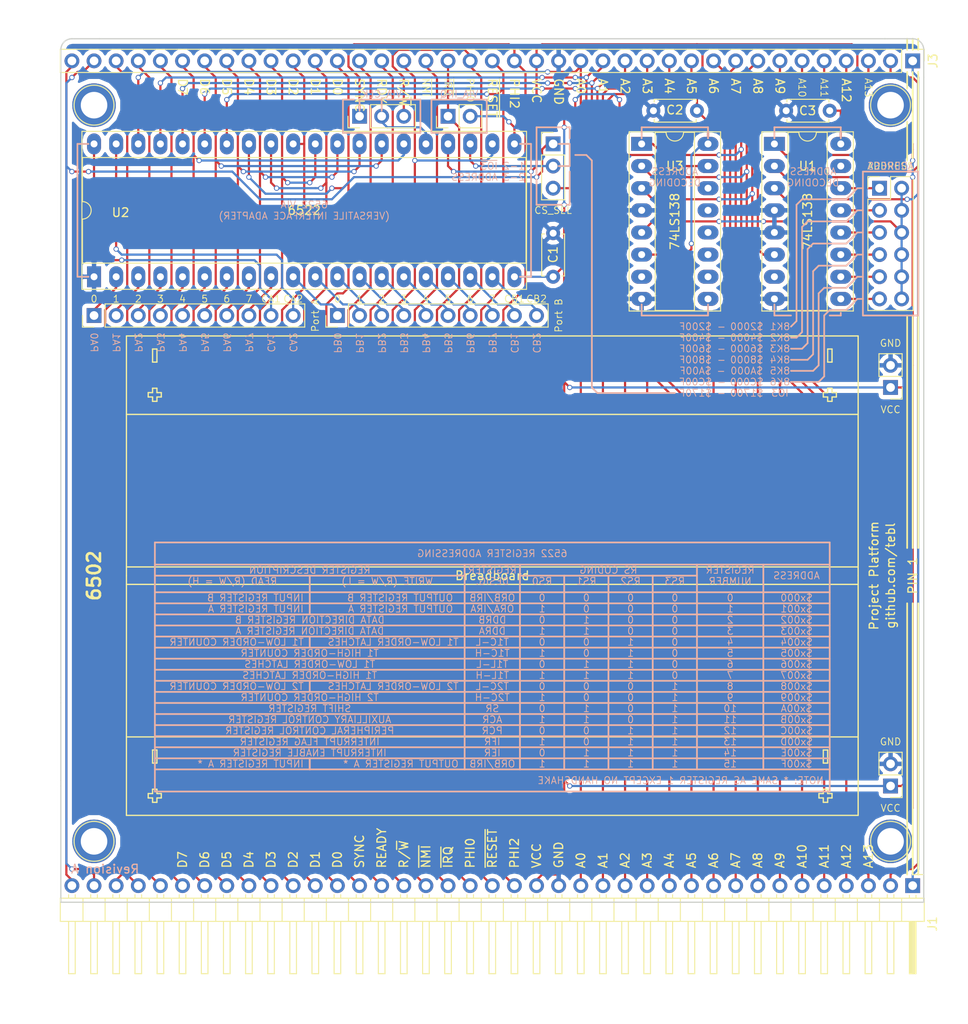
<source format=kicad_pcb>
(kicad_pcb (version 4) (host pcbnew 4.0.7)
  (layers (0 F.Cu signal) (31 B.Cu signal) (34 B.Paste user) (35 F.Paste user) (36 B.SilkS user) (37 F.SilkS user) (38 B.Mask user) (39 F.Mask user) (44 Edge.Cuts user))
  (net 0 "")
  (net 1 GND)
  (net 2 VCC)
  (net 3 /A15)
  (net 4 /A14)
  (net 5 /A13)
  (net 6 /A12)
  (net 7 /A11)
  (net 8 /A10)
  (net 9 /A9)
  (net 10 /A8)
  (net 11 /A7)
  (net 12 /A6)
  (net 13 /A5)
  (net 14 /A4)
  (net 15 /A3)
  (net 16 /A2)
  (net 17 /A1)
  (net 18 /A0)
  (net 19 /~IRQ)
  (net 20 /~NMI)
  (net 21 /R/~W)
  (net 22 /~RDY)
  (net 23 /SYNC)
  (net 24 /D0)
  (net 25 /D1)
  (net 26 /D2)
  (net 27 /D3)
  (net 28 /D4)
  (net 29 /D5)
  (net 30 /D6)
  (net 31 /D7)
  (net 32 /~RESET)
  (net 33 /PIN35)
  (net 34 /PIN36)
  (net 35 /PIN37)
  (net 36 /PIN39)
  (net 37 /PHI2)
  (net 38 /PHI0)
  (net 39 /~IO3)
  (net 40 /8K1)
  (net 41 "Net-(J4-Pad10)")
  (net 42 /8K2)
  (net 43 /8K3)
  (net 44 /8K4)
  (net 45 /8K5)
  (net 46 /8K6)
  (net 47 "Net-(J5-Pad1)")
  (net 48 "Net-(J5-Pad2)")
  (net 49 "Net-(J5-Pad3)")
  (net 50 "Net-(J5-Pad4)")
  (net 51 "Net-(J5-Pad5)")
  (net 52 "Net-(J5-Pad6)")
  (net 53 "Net-(J5-Pad7)")
  (net 54 "Net-(J5-Pad8)")
  (net 55 "Net-(J5-Pad9)")
  (net 56 "Net-(J5-Pad10)")
  (net 57 "Net-(J6-Pad1)")
  (net 58 "Net-(J6-Pad2)")
  (net 59 "Net-(J6-Pad3)")
  (net 60 "Net-(J6-Pad4)")
  (net 61 "Net-(J6-Pad5)")
  (net 62 "Net-(J6-Pad6)")
  (net 63 "Net-(J6-Pad7)")
  (net 64 "Net-(J6-Pad8)")
  (net 65 "Net-(J6-Pad9)")
  (net 66 "Net-(J6-Pad10)")
  (net 67 "Net-(JP2-Pad3)")
  (net 68 ~6522_CS)
  (net 69 "Net-(JP3-Pad2)")
  (net 70 "Net-(JP1-Pad2)")
  (module Pin_Headers:Pin_Header_Angled_1x39_Pitch2.54mm (layer F.Cu) (at 198.12 145.415 270)
    (fp_text reference J1 (at 4.385 -2.27 270) (layer F.SilkS))
    (fp_text value Signals)
    (pad 1 thru_hole rect (at 0 0 270) (size 1.7 1.7) (drill 1) (layers *.Cu *.Mask) (net 3 /A15))
    (pad 2 thru_hole oval (at 0 2.54 270) (size 1.7 1.7) (drill 1) (layers *.Cu *.Mask) (net 4 /A14))
    (pad 3 thru_hole oval (at 0 5.08 270) (size 1.7 1.7) (drill 1) (layers *.Cu *.Mask) (net 5 /A13))
    (pad 4 thru_hole oval (at 0 7.62 270) (size 1.7 1.7) (drill 1) (layers *.Cu *.Mask) (net 6 /A12))
    (pad 5 thru_hole oval (at 0 10.16 270) (size 1.7 1.7) (drill 1) (layers *.Cu *.Mask) (net 7 /A11))
    (pad 6 thru_hole oval (at 0 12.7 270) (size 1.7 1.7) (drill 1) (layers *.Cu *.Mask) (net 8 /A10))
    (pad 7 thru_hole oval (at 0 15.24 270) (size 1.7 1.7) (drill 1) (layers *.Cu *.Mask) (net 9 /A9))
    (pad 8 thru_hole oval (at 0 17.78 270) (size 1.7 1.7) (drill 1) (layers *.Cu *.Mask) (net 10 /A8))
    (pad 9 thru_hole oval (at 0 20.32 270) (size 1.7 1.7) (drill 1) (layers *.Cu *.Mask) (net 11 /A7))
    (pad 10 thru_hole oval (at 0 22.86 270) (size 1.7 1.7) (drill 1) (layers *.Cu *.Mask) (net 12 /A6))
    (pad 11 thru_hole oval (at 0 25.4 270) (size 1.7 1.7) (drill 1) (layers *.Cu *.Mask) (net 13 /A5))
    (pad 12 thru_hole oval (at 0 27.94 270) (size 1.7 1.7) (drill 1) (layers *.Cu *.Mask) (net 14 /A4))
    (pad 13 thru_hole oval (at 0 30.48 270) (size 1.7 1.7) (drill 1) (layers *.Cu *.Mask) (net 15 /A3))
    (pad 14 thru_hole oval (at 0 33.02 270) (size 1.7 1.7) (drill 1) (layers *.Cu *.Mask) (net 16 /A2))
    (pad 15 thru_hole oval (at 0 35.56 270) (size 1.7 1.7) (drill 1) (layers *.Cu *.Mask) (net 17 /A1))
    (pad 16 thru_hole oval (at 0 38.1 270) (size 1.7 1.7) (drill 1) (layers *.Cu *.Mask) (net 18 /A0))
    (pad 17 thru_hole oval (at 0 40.64 270) (size 1.7 1.7) (drill 1) (layers *.Cu *.Mask) (net 1 GND))
    (pad 18 thru_hole oval (at 0 43.18 270) (size 1.7 1.7) (drill 1) (layers *.Cu *.Mask) (net 2 VCC))
    (pad 19 thru_hole oval (at 0 45.72 270) (size 1.7 1.7) (drill 1) (layers *.Cu *.Mask) (net 37 /PHI2))
    (pad 20 thru_hole oval (at 0 48.26 270) (size 1.7 1.7) (drill 1) (layers *.Cu *.Mask) (net 32 /~RESET))
    (pad 21 thru_hole oval (at 0 50.8 270) (size 1.7 1.7) (drill 1) (layers *.Cu *.Mask) (net 38 /PHI0))
    (pad 22 thru_hole oval (at 0 53.34 270) (size 1.7 1.7) (drill 1) (layers *.Cu *.Mask) (net 19 /~IRQ))
    (pad 23 thru_hole oval (at 0 55.88 270) (size 1.7 1.7) (drill 1) (layers *.Cu *.Mask) (net 20 /~NMI))
    (pad 24 thru_hole oval (at 0 58.42 270) (size 1.7 1.7) (drill 1) (layers *.Cu *.Mask) (net 21 /R/~W))
    (pad 25 thru_hole oval (at 0 60.96 270) (size 1.7 1.7) (drill 1) (layers *.Cu *.Mask) (net 22 /~RDY))
    (pad 26 thru_hole oval (at 0 63.5 270) (size 1.7 1.7) (drill 1) (layers *.Cu *.Mask) (net 23 /SYNC))
    (pad 27 thru_hole oval (at 0 66.04 270) (size 1.7 1.7) (drill 1) (layers *.Cu *.Mask) (net 24 /D0))
    (pad 28 thru_hole oval (at 0 68.58 270) (size 1.7 1.7) (drill 1) (layers *.Cu *.Mask) (net 25 /D1))
    (pad 29 thru_hole oval (at 0 71.12 270) (size 1.7 1.7) (drill 1) (layers *.Cu *.Mask) (net 26 /D2))
    (pad 30 thru_hole oval (at 0 73.66 270) (size 1.7 1.7) (drill 1) (layers *.Cu *.Mask) (net 27 /D3))
    (pad 31 thru_hole oval (at 0 76.2 270) (size 1.7 1.7) (drill 1) (layers *.Cu *.Mask) (net 28 /D4))
    (pad 32 thru_hole oval (at 0 78.74 270) (size 1.7 1.7) (drill 1) (layers *.Cu *.Mask) (net 29 /D5))
    (pad 33 thru_hole oval (at 0 81.28 270) (size 1.7 1.7) (drill 1) (layers *.Cu *.Mask) (net 30 /D6))
    (pad 34 thru_hole oval (at 0 83.82 270) (size 1.7 1.7) (drill 1) (layers *.Cu *.Mask) (net 31 /D7))
    (pad 35 thru_hole oval (at 0 86.36 270) (size 1.7 1.7) (drill 1) (layers *.Cu *.Mask) (net 33 /PIN35))
    (pad 36 thru_hole oval (at 0 88.9 270) (size 1.7 1.7) (drill 1) (layers *.Cu *.Mask) (net 34 /PIN36))
    (pad 37 thru_hole oval (at 0 91.44 270) (size 1.7 1.7) (drill 1) (layers *.Cu *.Mask) (net 35 /PIN37))
    (pad 38 thru_hole oval (at 0 93.98 270) (size 1.7 1.7) (drill 1) (layers *.Cu *.Mask) (net 39 /~IO3))
    (pad 39 thru_hole oval (at 0 96.52 270) (size 1.7 1.7) (drill 1) (layers *.Cu *.Mask) (net 36 /PIN39))
  )
  (module mounting:1pin (layer F.Cu) (at 104.14 140.335 90)
    (fp_text reference M1 hide)
    (fp_text value Mounting hide)
    (pad 1 thru_hole circle (at 0 0 90) (size 5 5) (drill 3.048) (layers *.Cu *.Mask))
  )
  (module mounting:1pin (layer F.Cu) (at 195.58 140.335)
    (fp_text reference M2 hide)
    (fp_text value Mounting hide)
    (pad 1 thru_hole circle (at 0 0) (size 5 5) (drill 3.048) (layers *.Cu *.Mask))
  )
  (module mounting:1pin (layer F.Cu) (at 195.58 55.88)
    (fp_text reference M3 hide)
    (fp_text value Mounting hide)
    (pad 1 thru_hole circle (at 0 0) (size 5 5) (drill 3.048) (layers *.Cu *.Mask))
  )
  (module mounting:1pin (layer F.Cu) (at 104.14 55.88)
    (fp_text reference M4 hide)
    (fp_text value Mounting hide)
    (pad 1 thru_hole circle (at 0 0) (size 5 5) (drill 3.048) (layers *.Cu *.Mask))
  )
  (module Pin_Headers:Pin_Header_Straight_1x39_Pitch2.54mm (layer F.Cu) (at 198.12 50.8 270)
    (fp_text reference J3 (at 0 -2.33 270) (layer F.SilkS))
    (fp_text value SBC)
    (pad 1 thru_hole rect (at 0 0 270) (size 1.7 1.7) (drill 1) (layers *.Cu *.Mask) (net 3 /A15))
    (pad 2 thru_hole oval (at 0 2.54 270) (size 1.7 1.7) (drill 1) (layers *.Cu *.Mask) (net 4 /A14))
    (pad 3 thru_hole oval (at 0 5.08 270) (size 1.7 1.7) (drill 1) (layers *.Cu *.Mask) (net 5 /A13))
    (pad 4 thru_hole oval (at 0 7.62 270) (size 1.7 1.7) (drill 1) (layers *.Cu *.Mask) (net 6 /A12))
    (pad 5 thru_hole oval (at 0 10.16 270) (size 1.7 1.7) (drill 1) (layers *.Cu *.Mask) (net 7 /A11))
    (pad 6 thru_hole oval (at 0 12.7 270) (size 1.7 1.7) (drill 1) (layers *.Cu *.Mask) (net 8 /A10))
    (pad 7 thru_hole oval (at 0 15.24 270) (size 1.7 1.7) (drill 1) (layers *.Cu *.Mask) (net 9 /A9))
    (pad 8 thru_hole oval (at 0 17.78 270) (size 1.7 1.7) (drill 1) (layers *.Cu *.Mask) (net 10 /A8))
    (pad 9 thru_hole oval (at 0 20.32 270) (size 1.7 1.7) (drill 1) (layers *.Cu *.Mask) (net 11 /A7))
    (pad 10 thru_hole oval (at 0 22.86 270) (size 1.7 1.7) (drill 1) (layers *.Cu *.Mask) (net 12 /A6))
    (pad 11 thru_hole oval (at 0 25.4 270) (size 1.7 1.7) (drill 1) (layers *.Cu *.Mask) (net 13 /A5))
    (pad 12 thru_hole oval (at 0 27.94 270) (size 1.7 1.7) (drill 1) (layers *.Cu *.Mask) (net 14 /A4))
    (pad 13 thru_hole oval (at 0 30.48 270) (size 1.7 1.7) (drill 1) (layers *.Cu *.Mask) (net 15 /A3))
    (pad 14 thru_hole oval (at 0 33.02 270) (size 1.7 1.7) (drill 1) (layers *.Cu *.Mask) (net 16 /A2))
    (pad 15 thru_hole oval (at 0 35.56 270) (size 1.7 1.7) (drill 1) (layers *.Cu *.Mask) (net 17 /A1))
    (pad 16 thru_hole oval (at 0 38.1 270) (size 1.7 1.7) (drill 1) (layers *.Cu *.Mask) (net 18 /A0))
    (pad 17 thru_hole oval (at 0 40.64 270) (size 1.7 1.7) (drill 1) (layers *.Cu *.Mask) (net 1 GND))
    (pad 18 thru_hole oval (at 0 43.18 270) (size 1.7 1.7) (drill 1) (layers *.Cu *.Mask) (net 2 VCC))
    (pad 19 thru_hole oval (at 0 45.72 270) (size 1.7 1.7) (drill 1) (layers *.Cu *.Mask) (net 37 /PHI2))
    (pad 20 thru_hole oval (at 0 48.26 270) (size 1.7 1.7) (drill 1) (layers *.Cu *.Mask) (net 32 /~RESET))
    (pad 21 thru_hole oval (at 0 50.8 270) (size 1.7 1.7) (drill 1) (layers *.Cu *.Mask) (net 38 /PHI0))
    (pad 22 thru_hole oval (at 0 53.34 270) (size 1.7 1.7) (drill 1) (layers *.Cu *.Mask) (net 19 /~IRQ))
    (pad 23 thru_hole oval (at 0 55.88 270) (size 1.7 1.7) (drill 1) (layers *.Cu *.Mask) (net 20 /~NMI))
    (pad 24 thru_hole oval (at 0 58.42 270) (size 1.7 1.7) (drill 1) (layers *.Cu *.Mask) (net 21 /R/~W))
    (pad 25 thru_hole oval (at 0 60.96 270) (size 1.7 1.7) (drill 1) (layers *.Cu *.Mask) (net 22 /~RDY))
    (pad 26 thru_hole oval (at 0 63.5 270) (size 1.7 1.7) (drill 1) (layers *.Cu *.Mask) (net 23 /SYNC))
    (pad 27 thru_hole oval (at 0 66.04 270) (size 1.7 1.7) (drill 1) (layers *.Cu *.Mask) (net 24 /D0))
    (pad 28 thru_hole oval (at 0 68.58 270) (size 1.7 1.7) (drill 1) (layers *.Cu *.Mask) (net 25 /D1))
    (pad 29 thru_hole oval (at 0 71.12 270) (size 1.7 1.7) (drill 1) (layers *.Cu *.Mask) (net 26 /D2))
    (pad 30 thru_hole oval (at 0 73.66 270) (size 1.7 1.7) (drill 1) (layers *.Cu *.Mask) (net 27 /D3))
    (pad 31 thru_hole oval (at 0 76.2 270) (size 1.7 1.7) (drill 1) (layers *.Cu *.Mask) (net 28 /D4))
    (pad 32 thru_hole oval (at 0 78.74 270) (size 1.7 1.7) (drill 1) (layers *.Cu *.Mask) (net 29 /D5))
    (pad 33 thru_hole oval (at 0 81.28 270) (size 1.7 1.7) (drill 1) (layers *.Cu *.Mask) (net 30 /D6))
    (pad 34 thru_hole oval (at 0 83.82 270) (size 1.7 1.7) (drill 1) (layers *.Cu *.Mask) (net 31 /D7))
    (pad 35 thru_hole oval (at 0 86.36 270) (size 1.7 1.7) (drill 1) (layers *.Cu *.Mask) (net 33 /PIN35))
    (pad 36 thru_hole oval (at 0 88.9 270) (size 1.7 1.7) (drill 1) (layers *.Cu *.Mask) (net 34 /PIN36))
    (pad 37 thru_hole oval (at 0 91.44 270) (size 1.7 1.7) (drill 1) (layers *.Cu *.Mask) (net 35 /PIN37))
    (pad 38 thru_hole oval (at 0 93.98 270) (size 1.7 1.7) (drill 1) (layers *.Cu *.Mask) (net 39 /~IO3))
    (pad 39 thru_hole oval (at 0 96.52 270) (size 1.7 1.7) (drill 1) (layers *.Cu *.Mask) (net 36 /PIN39))
  )
  (module Capacitors_THT:C_Disc_D4.7mm_W2.5mm_P5.00mm (layer F.Cu) (at 156.845 75.565 90)
    (fp_text reference C1 (at 2.54 0 90) (layer F.SilkS))
    (fp_text value 100nF)
    (pad 1 thru_hole circle (at 0 0 90) (size 1.6 1.6) (drill 0.8) (layers *.Cu *.Mask) (net 2 VCC))
    (pad 2 thru_hole circle (at 5 0 90) (size 1.6 1.6) (drill 0.8) (layers *.Cu *.Mask) (net 1 GND))
  )
  (module Capacitors_THT:C_Disc_D4.7mm_W2.5mm_P5.00mm (layer F.Cu) (at 173.355 56.515 180)
    (fp_text reference C2 (at 2.54 0.084999 180) (layer F.SilkS))
    (fp_text value 100nF)
    (pad 1 thru_hole circle (at 0 0 180) (size 1.6 1.6) (drill 0.8) (layers *.Cu *.Mask) (net 2 VCC))
    (pad 2 thru_hole circle (at 5 0 180) (size 1.6 1.6) (drill 0.8) (layers *.Cu *.Mask) (net 1 GND))
  )
  (module Capacitors_THT:C_Disc_D4.7mm_W2.5mm_P5.00mm (layer F.Cu) (at 188.595 56.515 180)
    (fp_text reference C3 (at 2.54 0 180) (layer F.SilkS))
    (fp_text value 100nF)
    (pad 1 thru_hole circle (at 0 0 180) (size 1.6 1.6) (drill 0.8) (layers *.Cu *.Mask) (net 2 VCC))
    (pad 2 thru_hole circle (at 5 0 180) (size 1.6 1.6) (drill 0.8) (layers *.Cu *.Mask) (net 1 GND))
  )
  (module "breadboard:RND 255-00005" (layer F.Cu) (at 149.86 109.855)
    (fp_text reference BB1)
    (fp_text value Breadboard (at 0 0) (layer F.SilkS))
  )
  (module Pin_Headers:Pin_Header_Straight_2x06_Pitch2.54mm (layer F.Cu) (at 194.31 65.405)
    (fp_text reference J4)
    (fp_text value ADDRESS (at 1.27 -2.54) (layer F.SilkS) (effects (font (size 0.8 0.8) (thickness 0.1))))
    (pad 1 thru_hole rect (at 0 0) (size 1.7 1.7) (drill 1) (layers *.Cu *.Mask) (net 40 /8K1))
    (pad 2 thru_hole oval (at 2.54 0) (size 1.7 1.7) (drill 1) (layers *.Cu *.Mask) (net 41 "Net-(J4-Pad10)"))
    (pad 3 thru_hole oval (at 0 2.54) (size 1.7 1.7) (drill 1) (layers *.Cu *.Mask) (net 42 /8K2))
    (pad 4 thru_hole oval (at 2.54 2.54) (size 1.7 1.7) (drill 1) (layers *.Cu *.Mask) (net 41 "Net-(J4-Pad10)"))
    (pad 5 thru_hole oval (at 0 5.08) (size 1.7 1.7) (drill 1) (layers *.Cu *.Mask) (net 43 /8K3))
    (pad 6 thru_hole oval (at 2.54 5.08) (size 1.7 1.7) (drill 1) (layers *.Cu *.Mask) (net 41 "Net-(J4-Pad10)"))
    (pad 7 thru_hole oval (at 0 7.62) (size 1.7 1.7) (drill 1) (layers *.Cu *.Mask) (net 44 /8K4))
    (pad 8 thru_hole oval (at 2.54 7.62) (size 1.7 1.7) (drill 1) (layers *.Cu *.Mask) (net 41 "Net-(J4-Pad10)"))
    (pad 9 thru_hole oval (at 0 10.16) (size 1.7 1.7) (drill 1) (layers *.Cu *.Mask) (net 45 /8K5))
    (pad 10 thru_hole oval (at 2.54 10.16) (size 1.7 1.7) (drill 1) (layers *.Cu *.Mask) (net 41 "Net-(J4-Pad10)"))
    (pad 11 thru_hole oval (at 0 12.7) (size 1.7 1.7) (drill 1) (layers *.Cu *.Mask) (net 46 /8K6))
    (pad 12 thru_hole oval (at 2.54 12.7) (size 1.7 1.7) (drill 1) (layers *.Cu *.Mask) (net 41 "Net-(J4-Pad10)"))
  )
  (module Pin_Headers:Pin_Header_Straight_1x10_Pitch2.54mm (layer F.Cu) (at 104.14 80.01 90)
    (fp_text reference J5)
    (fp_text value "Port A" (at 0 25.4 90) (layer F.SilkS) (effects (font (size 0.8 0.8) (thickness 0.1))))
    (pad 1 thru_hole rect (at 0 0 90) (size 1.7 1.7) (drill 1) (layers *.Cu *.Mask) (net 47 "Net-(J5-Pad1)"))
    (pad 2 thru_hole oval (at 0 2.54 90) (size 1.7 1.7) (drill 1) (layers *.Cu *.Mask) (net 48 "Net-(J5-Pad2)"))
    (pad 3 thru_hole oval (at 0 5.08 90) (size 1.7 1.7) (drill 1) (layers *.Cu *.Mask) (net 49 "Net-(J5-Pad3)"))
    (pad 4 thru_hole oval (at 0 7.62 90) (size 1.7 1.7) (drill 1) (layers *.Cu *.Mask) (net 50 "Net-(J5-Pad4)"))
    (pad 5 thru_hole oval (at 0 10.16 90) (size 1.7 1.7) (drill 1) (layers *.Cu *.Mask) (net 51 "Net-(J5-Pad5)"))
    (pad 6 thru_hole oval (at 0 12.7 90) (size 1.7 1.7) (drill 1) (layers *.Cu *.Mask) (net 52 "Net-(J5-Pad6)"))
    (pad 7 thru_hole oval (at 0 15.24 90) (size 1.7 1.7) (drill 1) (layers *.Cu *.Mask) (net 53 "Net-(J5-Pad7)"))
    (pad 8 thru_hole oval (at 0 17.78 90) (size 1.7 1.7) (drill 1) (layers *.Cu *.Mask) (net 54 "Net-(J5-Pad8)"))
    (pad 9 thru_hole oval (at 0 20.32 90) (size 1.7 1.7) (drill 1) (layers *.Cu *.Mask) (net 55 "Net-(J5-Pad9)"))
    (pad 10 thru_hole oval (at 0 22.86 90) (size 1.7 1.7) (drill 1) (layers *.Cu *.Mask) (net 56 "Net-(J5-Pad10)"))
  )
  (module Pin_Headers:Pin_Header_Straight_1x10_Pitch2.54mm (layer F.Cu) (at 132.08 80.01 90)
    (fp_text reference J6)
    (fp_text value "Port B" (at 0 25.4 90) (layer F.SilkS) (effects (font (size 0.8 0.8) (thickness 0.1))))
    (pad 1 thru_hole rect (at 0 0 90) (size 1.7 1.7) (drill 1) (layers *.Cu *.Mask) (net 57 "Net-(J6-Pad1)"))
    (pad 2 thru_hole oval (at 0 2.54 90) (size 1.7 1.7) (drill 1) (layers *.Cu *.Mask) (net 58 "Net-(J6-Pad2)"))
    (pad 3 thru_hole oval (at 0 5.08 90) (size 1.7 1.7) (drill 1) (layers *.Cu *.Mask) (net 59 "Net-(J6-Pad3)"))
    (pad 4 thru_hole oval (at 0 7.62 90) (size 1.7 1.7) (drill 1) (layers *.Cu *.Mask) (net 60 "Net-(J6-Pad4)"))
    (pad 5 thru_hole oval (at 0 10.16 90) (size 1.7 1.7) (drill 1) (layers *.Cu *.Mask) (net 61 "Net-(J6-Pad5)"))
    (pad 6 thru_hole oval (at 0 12.7 90) (size 1.7 1.7) (drill 1) (layers *.Cu *.Mask) (net 62 "Net-(J6-Pad6)"))
    (pad 7 thru_hole oval (at 0 15.24 90) (size 1.7 1.7) (drill 1) (layers *.Cu *.Mask) (net 63 "Net-(J6-Pad7)"))
    (pad 8 thru_hole oval (at 0 17.78 90) (size 1.7 1.7) (drill 1) (layers *.Cu *.Mask) (net 64 "Net-(J6-Pad8)"))
    (pad 9 thru_hole oval (at 0 20.32 90) (size 1.7 1.7) (drill 1) (layers *.Cu *.Mask) (net 65 "Net-(J6-Pad9)"))
    (pad 10 thru_hole oval (at 0 22.86 90) (size 1.7 1.7) (drill 1) (layers *.Cu *.Mask) (net 66 "Net-(J6-Pad10)"))
  )
  (module Pin_Headers:Pin_Header_Straight_1x02_Pitch2.54mm (layer F.Cu) (at 195.58 133.985 180)
    (fp_text reference J7)
    (fp_text value PWR1)
    (pad 1 thru_hole rect (at 0 0 180) (size 1.7 1.7) (drill 1) (layers *.Cu *.Mask) (net 2 VCC))
    (pad 2 thru_hole oval (at 0 2.54 180) (size 1.7 1.7) (drill 1) (layers *.Cu *.Mask) (net 1 GND))
  )
  (module Pin_Headers:Pin_Header_Straight_1x02_Pitch2.54mm (layer F.Cu) (at 195.58 88.265 180)
    (fp_text reference J8)
    (fp_text value PWR2)
    (pad 1 thru_hole rect (at 0 0 180) (size 1.7 1.7) (drill 1) (layers *.Cu *.Mask) (net 2 VCC))
    (pad 2 thru_hole oval (at 0 2.54 180) (size 1.7 1.7) (drill 1) (layers *.Cu *.Mask) (net 1 GND))
  )
  (module Pin_Headers:Pin_Header_Straight_1x02_Pitch2.54mm (layer F.Cu) (at 144.78 57.15 90)
    (fp_text reference JP1)
    (fp_text value VIA_IRQ)
    (pad 1 thru_hole rect (at 0 0 90) (size 1.7 1.7) (drill 1) (layers *.Cu *.Mask) (net 19 /~IRQ))
    (pad 2 thru_hole oval (at 0 2.54 90) (size 1.7 1.7) (drill 1) (layers *.Cu *.Mask) (net 70 "Net-(JP1-Pad2)"))
  )
  (module Pin_Headers:Pin_Header_Straight_1x03_Pitch2.54mm (layer F.Cu) (at 156.845 60.325)
    (fp_text reference JP2)
    (fp_text value CS_SEL (at 0 7.62 180) (layer F.SilkS) (effects (font (size 0.8 0.8) (thickness 0.1))))
    (pad 1 thru_hole rect (at 0 0) (size 1.7 1.7) (drill 1) (layers *.Cu *.Mask) (net 39 /~IO3))
    (pad 2 thru_hole oval (at 0 2.54) (size 1.7 1.7) (drill 1) (layers *.Cu *.Mask) (net 68 ~6522_CS))
    (pad 3 thru_hole oval (at 0 5.08) (size 1.7 1.7) (drill 1) (layers *.Cu *.Mask) (net 67 "Net-(JP2-Pad3)"))
  )
  (module Housings_DIP:DIP-16_W7.62mm_Socket_LongPads (layer F.Cu) (at 182.245 60.325)
    (fp_text reference U1 (at 3.81 2.54 180) (layer F.SilkS))
    (fp_text value 74LS138 (at 3.81 8.89 90) (layer F.SilkS))
    (pad 1 thru_hole rect (at 0 0) (size 2.4 1.6) (drill 0.8) (layers *.Cu *.Mask) (net 5 /A13))
    (pad 9 thru_hole oval (at 7.62 17.78) (size 2.4 1.6) (drill 0.8) (layers *.Cu *.Mask) (net 46 /8K6))
    (pad 2 thru_hole oval (at 0 2.54) (size 2.4 1.6) (drill 0.8) (layers *.Cu *.Mask) (net 4 /A14))
    (pad 10 thru_hole oval (at 7.62 15.24) (size 2.4 1.6) (drill 0.8) (layers *.Cu *.Mask) (net 45 /8K5))
    (pad 3 thru_hole oval (at 0 5.08) (size 2.4 1.6) (drill 0.8) (layers *.Cu *.Mask) (net 3 /A15))
    (pad 11 thru_hole oval (at 7.62 12.7) (size 2.4 1.6) (drill 0.8) (layers *.Cu *.Mask) (net 44 /8K4))
    (pad 4 thru_hole oval (at 0 7.62) (size 2.4 1.6) (drill 0.8) (layers *.Cu *.Mask) (net 1 GND))
    (pad 12 thru_hole oval (at 7.62 10.16) (size 2.4 1.6) (drill 0.8) (layers *.Cu *.Mask) (net 43 /8K3))
    (pad 5 thru_hole oval (at 0 10.16) (size 2.4 1.6) (drill 0.8) (layers *.Cu *.Mask) (net 1 GND))
    (pad 13 thru_hole oval (at 7.62 7.62) (size 2.4 1.6) (drill 0.8) (layers *.Cu *.Mask) (net 42 /8K2))
    (pad 6 thru_hole oval (at 0 12.7) (size 2.4 1.6) (drill 0.8) (layers *.Cu *.Mask) (net 6 /A12))
    (pad 14 thru_hole oval (at 7.62 5.08) (size 2.4 1.6) (drill 0.8) (layers *.Cu *.Mask) (net 40 /8K1))
    (pad 7 thru_hole oval (at 0 15.24) (size 2.4 1.6) (drill 0.8) (layers *.Cu *.Mask))
    (pad 15 thru_hole oval (at 7.62 2.54) (size 2.4 1.6) (drill 0.8) (layers *.Cu *.Mask))
    (pad 8 thru_hole oval (at 0 17.78) (size 2.4 1.6) (drill 0.8) (layers *.Cu *.Mask) (net 1 GND))
    (pad 16 thru_hole oval (at 7.62 0) (size 2.4 1.6) (drill 0.8) (layers *.Cu *.Mask) (net 2 VCC))
  )
  (module Housings_DIP:DIP-40_W15.24mm_Socket_LongPads (layer F.Cu) (at 104.14 75.565 90)
    (fp_text reference U2 (at 7.366 3.048 180) (layer F.SilkS))
    (fp_text value 6522 (at 7.62 24.13 180) (layer F.SilkS))
    (pad 1 thru_hole rect (at 0 0 90) (size 2.4 1.6) (drill 0.8) (layers *.Cu *.Mask) (net 1 GND))
    (pad 21 thru_hole oval (at 15.24 48.26 90) (size 2.4 1.6) (drill 0.8) (layers *.Cu *.Mask) (net 70 "Net-(JP1-Pad2)"))
    (pad 2 thru_hole oval (at 0 2.54 90) (size 2.4 1.6) (drill 0.8) (layers *.Cu *.Mask) (net 47 "Net-(J5-Pad1)"))
    (pad 22 thru_hole oval (at 15.24 45.72 90) (size 2.4 1.6) (drill 0.8) (layers *.Cu *.Mask) (net 21 /R/~W))
    (pad 3 thru_hole oval (at 0 5.08 90) (size 2.4 1.6) (drill 0.8) (layers *.Cu *.Mask) (net 48 "Net-(J5-Pad2)"))
    (pad 23 thru_hole oval (at 15.24 43.18 90) (size 2.4 1.6) (drill 0.8) (layers *.Cu *.Mask) (net 68 ~6522_CS))
    (pad 4 thru_hole oval (at 0 7.62 90) (size 2.4 1.6) (drill 0.8) (layers *.Cu *.Mask) (net 49 "Net-(J5-Pad3)"))
    (pad 24 thru_hole oval (at 15.24 40.64 90) (size 2.4 1.6) (drill 0.8) (layers *.Cu *.Mask) (net 2 VCC))
    (pad 5 thru_hole oval (at 0 10.16 90) (size 2.4 1.6) (drill 0.8) (layers *.Cu *.Mask) (net 50 "Net-(J5-Pad4)"))
    (pad 25 thru_hole oval (at 15.24 38.1 90) (size 2.4 1.6) (drill 0.8) (layers *.Cu *.Mask) (net 69 "Net-(JP3-Pad2)"))
    (pad 6 thru_hole oval (at 0 12.7 90) (size 2.4 1.6) (drill 0.8) (layers *.Cu *.Mask) (net 51 "Net-(J5-Pad5)"))
    (pad 26 thru_hole oval (at 15.24 35.56 90) (size 2.4 1.6) (drill 0.8) (layers *.Cu *.Mask) (net 31 /D7))
    (pad 7 thru_hole oval (at 0 15.24 90) (size 2.4 1.6) (drill 0.8) (layers *.Cu *.Mask) (net 52 "Net-(J5-Pad6)"))
    (pad 27 thru_hole oval (at 15.24 33.02 90) (size 2.4 1.6) (drill 0.8) (layers *.Cu *.Mask) (net 30 /D6))
    (pad 8 thru_hole oval (at 0 17.78 90) (size 2.4 1.6) (drill 0.8) (layers *.Cu *.Mask) (net 53 "Net-(J5-Pad7)"))
    (pad 28 thru_hole oval (at 15.24 30.48 90) (size 2.4 1.6) (drill 0.8) (layers *.Cu *.Mask) (net 29 /D5))
    (pad 9 thru_hole oval (at 0 20.32 90) (size 2.4 1.6) (drill 0.8) (layers *.Cu *.Mask) (net 54 "Net-(J5-Pad8)"))
    (pad 29 thru_hole oval (at 15.24 27.94 90) (size 2.4 1.6) (drill 0.8) (layers *.Cu *.Mask) (net 28 /D4))
    (pad 10 thru_hole oval (at 0 22.86 90) (size 2.4 1.6) (drill 0.8) (layers *.Cu *.Mask) (net 57 "Net-(J6-Pad1)"))
    (pad 30 thru_hole oval (at 15.24 25.4 90) (size 2.4 1.6) (drill 0.8) (layers *.Cu *.Mask) (net 27 /D3))
    (pad 11 thru_hole oval (at 0 25.4 90) (size 2.4 1.6) (drill 0.8) (layers *.Cu *.Mask) (net 58 "Net-(J6-Pad2)"))
    (pad 31 thru_hole oval (at 15.24 22.86 90) (size 2.4 1.6) (drill 0.8) (layers *.Cu *.Mask) (net 26 /D2))
    (pad 12 thru_hole oval (at 0 27.94 90) (size 2.4 1.6) (drill 0.8) (layers *.Cu *.Mask) (net 59 "Net-(J6-Pad3)"))
    (pad 32 thru_hole oval (at 15.24 20.32 90) (size 2.4 1.6) (drill 0.8) (layers *.Cu *.Mask) (net 25 /D1))
    (pad 13 thru_hole oval (at 0 30.48 90) (size 2.4 1.6) (drill 0.8) (layers *.Cu *.Mask) (net 60 "Net-(J6-Pad4)"))
    (pad 33 thru_hole oval (at 15.24 17.78 90) (size 2.4 1.6) (drill 0.8) (layers *.Cu *.Mask) (net 24 /D0))
    (pad 14 thru_hole oval (at 0 33.02 90) (size 2.4 1.6) (drill 0.8) (layers *.Cu *.Mask) (net 61 "Net-(J6-Pad5)"))
    (pad 34 thru_hole oval (at 15.24 15.24 90) (size 2.4 1.6) (drill 0.8) (layers *.Cu *.Mask) (net 32 /~RESET))
    (pad 15 thru_hole oval (at 0 35.56 90) (size 2.4 1.6) (drill 0.8) (layers *.Cu *.Mask) (net 62 "Net-(J6-Pad6)"))
    (pad 35 thru_hole oval (at 15.24 12.7 90) (size 2.4 1.6) (drill 0.8) (layers *.Cu *.Mask) (net 15 /A3))
    (pad 16 thru_hole oval (at 0 38.1 90) (size 2.4 1.6) (drill 0.8) (layers *.Cu *.Mask) (net 63 "Net-(J6-Pad7)"))
    (pad 36 thru_hole oval (at 15.24 10.16 90) (size 2.4 1.6) (drill 0.8) (layers *.Cu *.Mask) (net 16 /A2))
    (pad 17 thru_hole oval (at 0 40.64 90) (size 2.4 1.6) (drill 0.8) (layers *.Cu *.Mask) (net 64 "Net-(J6-Pad8)"))
    (pad 37 thru_hole oval (at 15.24 7.62 90) (size 2.4 1.6) (drill 0.8) (layers *.Cu *.Mask) (net 17 /A1))
    (pad 18 thru_hole oval (at 0 43.18 90) (size 2.4 1.6) (drill 0.8) (layers *.Cu *.Mask) (net 65 "Net-(J6-Pad9)"))
    (pad 38 thru_hole oval (at 15.24 5.08 90) (size 2.4 1.6) (drill 0.8) (layers *.Cu *.Mask) (net 18 /A0))
    (pad 19 thru_hole oval (at 0 45.72 90) (size 2.4 1.6) (drill 0.8) (layers *.Cu *.Mask) (net 66 "Net-(J6-Pad10)"))
    (pad 39 thru_hole oval (at 15.24 2.54 90) (size 2.4 1.6) (drill 0.8) (layers *.Cu *.Mask) (net 56 "Net-(J5-Pad10)"))
    (pad 20 thru_hole oval (at 0 48.26 90) (size 2.4 1.6) (drill 0.8) (layers *.Cu *.Mask) (net 2 VCC))
    (pad 40 thru_hole oval (at 15.24 0 90) (size 2.4 1.6) (drill 0.8) (layers *.Cu *.Mask) (net 55 "Net-(J5-Pad9)"))
  )
  (module Housings_DIP:DIP-16_W7.62mm_Socket_LongPads (layer F.Cu) (at 167.005 60.325)
    (fp_text reference U3 (at 3.81 2.54 180) (layer F.SilkS))
    (fp_text value 74LS138 (at 3.81 8.89 90) (layer F.SilkS))
    (pad 1 thru_hole rect (at 0 0) (size 2.4 1.6) (drill 0.8) (layers *.Cu *.Mask) (net 9 /A9))
    (pad 9 thru_hole oval (at 7.62 17.78) (size 2.4 1.6) (drill 0.8) (layers *.Cu *.Mask))
    (pad 2 thru_hole oval (at 0 2.54) (size 2.4 1.6) (drill 0.8) (layers *.Cu *.Mask) (net 8 /A10))
    (pad 10 thru_hole oval (at 7.62 15.24) (size 2.4 1.6) (drill 0.8) (layers *.Cu *.Mask))
    (pad 3 thru_hole oval (at 0 5.08) (size 2.4 1.6) (drill 0.8) (layers *.Cu *.Mask) (net 7 /A11))
    (pad 11 thru_hole oval (at 7.62 12.7) (size 2.4 1.6) (drill 0.8) (layers *.Cu *.Mask))
    (pad 4 thru_hole oval (at 0 7.62) (size 2.4 1.6) (drill 0.8) (layers *.Cu *.Mask) (net 1 GND))
    (pad 12 thru_hole oval (at 7.62 10.16) (size 2.4 1.6) (drill 0.8) (layers *.Cu *.Mask))
    (pad 5 thru_hole oval (at 0 10.16) (size 2.4 1.6) (drill 0.8) (layers *.Cu *.Mask) (net 41 "Net-(J4-Pad10)"))
    (pad 13 thru_hole oval (at 7.62 7.62) (size 2.4 1.6) (drill 0.8) (layers *.Cu *.Mask))
    (pad 6 thru_hole oval (at 0 12.7) (size 2.4 1.6) (drill 0.8) (layers *.Cu *.Mask) (net 2 VCC))
    (pad 14 thru_hole oval (at 7.62 5.08) (size 2.4 1.6) (drill 0.8) (layers *.Cu *.Mask))
    (pad 7 thru_hole oval (at 0 15.24) (size 2.4 1.6) (drill 0.8) (layers *.Cu *.Mask))
    (pad 15 thru_hole oval (at 7.62 2.54) (size 2.4 1.6) (drill 0.8) (layers *.Cu *.Mask) (net 67 "Net-(JP2-Pad3)"))
    (pad 8 thru_hole oval (at 0 17.78) (size 2.4 1.6) (drill 0.8) (layers *.Cu *.Mask) (net 1 GND))
    (pad 16 thru_hole oval (at 7.62 0) (size 2.4 1.6) (drill 0.8) (layers *.Cu *.Mask) (net 2 VCC))
  )
  (module Pin_Headers:Pin_Header_Straight_1x03_Pitch2.54mm (layer F.Cu) (at 134.62 57.15 90)
    (fp_text reference JP3)
    (fp_text value VIA_CLK)
    (pad 1 thru_hole rect (at 0 0 90) (size 1.7 1.7) (drill 1) (layers *.Cu *.Mask) (net 37 /PHI2))
    (pad 2 thru_hole oval (at 0 2.54 90) (size 1.7 1.7) (drill 1) (layers *.Cu *.Mask) (net 69 "Net-(JP3-Pad2)"))
    (pad 3 thru_hole oval (at 0 5.08 90) (size 1.7 1.7) (drill 1) (layers *.Cu *.Mask) (net 38 /PHI0))
  )
  (gr_line (start 161.29 88.265) (end 161.925 88.9) (angle 90) (layer B.SilkS) (width 0.2))
  (gr_line (start 161.29 62.23) (end 161.29 88.265) (angle 90) (layer B.SilkS) (width 0.2))
  (gr_line (start 160.655 61.595) (end 161.29 62.23) (angle 90) (layer B.SilkS) (width 0.2))
  (gr_line (start 159.385 61.595) (end 160.655 61.595) (angle 90) (layer B.SilkS) (width 0.2))
  (gr_line (start 170.815 88.9) (end 161.925 88.9) (angle 90) (layer B.SilkS) (width 0.2))
  (gr_text IO3 (at 182.88 88.9) (layer B.SilkS) (effects (font (size 0.8 0.8) (thickness 0.1)) (justify mirror)))
  (gr_text "- $170F" (at 173.99 88.9) (layer B.SilkS) (effects (font (size 0.8 0.8) (thickness 0.1)) (justify mirror)))
  (gr_text $1700 (at 179.07 88.9) (layer B.SilkS) (effects (font (size 0.8 0.8) (thickness 0.1)) (justify mirror)))
  (gr_line (start 132.715 59.055) (end 141.605 59.055) (angle 90) (layer B.SilkS) (width 0.2))
  (gr_line (start 132.715 55.245) (end 132.715 59.055) (angle 90) (layer B.SilkS) (width 0.2))
  (gr_line (start 133.985 55.245) (end 132.715 55.245) (angle 90) (layer B.SilkS) (width 0.2))
  (gr_line (start 134.62 55.245) (end 134.62 56.515) (angle 90) (layer B.SilkS) (width 0.2))
  (gr_line (start 137.16 55.245) (end 134.62 55.245) (angle 90) (layer B.SilkS) (width 0.2))
  (gr_line (start 137.16 56.515) (end 137.16 55.245) (angle 90) (layer B.SilkS) (width 0.2))
  (gr_line (start 141.605 55.245) (end 137.795 55.245) (angle 90) (layer B.SilkS) (width 0.2))
  (gr_text VIA_CLK (at 137.16 54.61) (layer B.SilkS) (effects (font (size 0.8 0.8) (thickness 0.1)) (justify mirror)))
  (gr_line (start 141.605 59.055) (end 141.605 55.245) (angle 90) (layer B.SilkS) (width 0.2))
  (gr_text VIA_IRQ (at 146.05 54.61) (layer B.SilkS) (effects (font (size 0.8 0.8) (thickness 0.1)) (justify mirror)))
  (gr_text ADDRESS (at 195.58 62.865) (layer B.SilkS) (effects (font (size 0.8 0.8) (thickness 0.1)) (justify mirror)))
  (gr_text CA2 (at 127 81.915 270) (layer B.SilkS) (effects (font (size 0.8 0.8) (thickness 0.1)) (justify right mirror)))
  (gr_text CA1 (at 124.46 81.915 270) (layer B.SilkS) (effects (font (size 0.8 0.8) (thickness 0.1)) (justify right mirror)))
  (gr_text PA7 (at 121.92 81.915 270) (layer B.SilkS) (effects (font (size 0.8 0.8) (thickness 0.1)) (justify right mirror)))
  (gr_text PA6 (at 119.38 81.915 270) (layer B.SilkS) (effects (font (size 0.8 0.8) (thickness 0.1)) (justify right mirror)))
  (gr_text PA5 (at 116.84 81.915 270) (layer B.SilkS) (effects (font (size 0.8 0.8) (thickness 0.1)) (justify right mirror)))
  (gr_text PA4 (at 114.3 81.915 270) (layer B.SilkS) (effects (font (size 0.8 0.8) (thickness 0.1)) (justify right mirror)))
  (gr_text PA3 (at 111.76 81.915 270) (layer B.SilkS) (effects (font (size 0.8 0.8) (thickness 0.1)) (justify right mirror)))
  (gr_text PA2 (at 109.22 81.915 270) (layer B.SilkS) (effects (font (size 0.8 0.8) (thickness 0.1)) (justify right mirror)))
  (gr_text PA1 (at 106.68 81.915 270) (layer B.SilkS) (effects (font (size 0.8 0.8) (thickness 0.1)) (justify right mirror)))
  (gr_text PA0 (at 104.14 81.915 270) (layer B.SilkS) (effects (font (size 0.8 0.8) (thickness 0.1)) (justify right mirror)))
  (gr_text CB2 (at 154.94 81.915 270) (layer B.SilkS) (effects (font (size 0.8 0.8) (thickness 0.1)) (justify right mirror)))
  (gr_text CB1 (at 152.4 81.915 270) (layer B.SilkS) (effects (font (size 0.8 0.8) (thickness 0.1)) (justify right mirror)))
  (gr_text PB7 (at 149.86 81.915 270) (layer B.SilkS) (effects (font (size 0.8 0.8) (thickness 0.1)) (justify right mirror)))
  (gr_text PB6 (at 147.32 81.915 270) (layer B.SilkS) (effects (font (size 0.8 0.8) (thickness 0.1)) (justify right mirror)))
  (gr_text PB5 (at 144.78 81.915 270) (layer B.SilkS) (effects (font (size 0.8 0.8) (thickness 0.1)) (justify right mirror)))
  (gr_text PB4 (at 142.24 81.915 270) (layer B.SilkS) (effects (font (size 0.8 0.8) (thickness 0.1)) (justify right mirror)))
  (gr_text PB3 (at 139.7 81.915 270) (layer B.SilkS) (effects (font (size 0.8 0.8) (thickness 0.1)) (justify right mirror)))
  (gr_text PB2 (at 137.16 81.915 270) (layer B.SilkS) (effects (font (size 0.8 0.8) (thickness 0.1)) (justify right mirror)))
  (gr_text PB1 (at 134.62 81.915 270) (layer B.SilkS) (effects (font (size 0.8 0.8) (thickness 0.1)) (justify right mirror)))
  (gr_text PB0 (at 132.08 81.915 270) (layer B.SilkS) (effects (font (size 0.8 0.8) (thickness 0.1)) (justify right mirror)))
  (gr_text "2-3 ADDRESS" (at 153.67 64.135) (layer B.SilkS) (effects (font (size 0.8 0.8) (thickness 0.1)) (justify left mirror)))
  (gr_text "1-2 ~IO3" (at 153.67 62.865) (layer B.SilkS) (effects (font (size 0.8 0.8) (thickness 0.1)) (justify left mirror)))
  (gr_text "6522 VIA\n(VERSATILE INTERFACE ADAPTER)" (at 128.27 67.945) (layer B.SilkS) (effects (font (size 0.8 0.8) (thickness 0.1)) (justify mirror)))
  (gr_line (start 189.865 80.01) (end 189.865 79.7) (angle 90) (layer B.SilkS) (width 0.2))
  (gr_line (start 188.595 80.01) (end 189.865 80.01) (angle 90) (layer B.SilkS) (width 0.2))
  (gr_line (start 182.245 80.01) (end 184.15 80.01) (angle 90) (layer B.SilkS) (width 0.2))
  (gr_line (start 182.245 78.74) (end 182.245 80.01) (angle 90) (layer B.SilkS) (width 0.2))
  (gr_line (start 174.625 80.01) (end 174.625 78.74) (angle 90) (layer B.SilkS) (width 0.2))
  (gr_line (start 167.005 80.01) (end 174.625 80.01) (angle 90) (layer B.SilkS) (width 0.2))
  (gr_line (start 167.005 78.74) (end 167.005 80.01) (angle 90) (layer B.SilkS) (width 0.2))
  (gr_line (start 189.865 58.42) (end 189.865 59.69) (angle 90) (layer B.SilkS) (width 0.2))
  (gr_line (start 182.245 58.42) (end 189.865 58.42) (angle 90) (layer B.SilkS) (width 0.2))
  (gr_line (start 182.245 59.69) (end 182.245 58.42) (angle 90) (layer B.SilkS) (width 0.2))
  (gr_line (start 174.625 58.42) (end 174.625 59.69) (angle 90) (layer B.SilkS) (width 0.2))
  (gr_line (start 167.005 58.42) (end 174.625 58.42) (angle 90) (layer B.SilkS) (width 0.2))
  (gr_line (start 167.005 59.69) (end 167.005 58.42) (angle 90) (layer B.SilkS) (width 0.2))
  (gr_text "- $C00F" (at 173.99 87.63) (layer B.SilkS) (effects (font (size 0.8 0.8) (thickness 0.1)) (justify mirror)))
  (gr_text "- $A00F" (at 173.99 86.36) (layer B.SilkS) (effects (font (size 0.8 0.8) (thickness 0.1)) (justify mirror)))
  (gr_text "- $800F" (at 173.99 85.09) (layer B.SilkS) (effects (font (size 0.8 0.8) (thickness 0.1)) (justify mirror)))
  (gr_text "- $600F" (at 173.99 83.82) (layer B.SilkS) (effects (font (size 0.8 0.8) (thickness 0.1)) (justify mirror)))
  (gr_text "- $400F" (at 173.99 82.55) (layer B.SilkS) (effects (font (size 0.8 0.8) (thickness 0.1)) (justify mirror)))
  (gr_text "- $200F" (at 173.99 81.28) (layer B.SilkS) (effects (font (size 0.8 0.8) (thickness 0.1)) (justify mirror)))
  (gr_text $C000 (at 179.07 87.63) (layer B.SilkS) (effects (font (size 0.8 0.8) (thickness 0.1)) (justify mirror)))
  (gr_text $A000 (at 179.07 86.36) (layer B.SilkS) (effects (font (size 0.8 0.8) (thickness 0.1)) (justify mirror)))
  (gr_text $8000 (at 179.07 85.09) (layer B.SilkS) (effects (font (size 0.8 0.8) (thickness 0.1)) (justify mirror)))
  (gr_text $6000 (at 179.07 83.82) (layer B.SilkS) (effects (font (size 0.8 0.8) (thickness 0.1)) (justify mirror)))
  (gr_text $4000 (at 179.07 82.55) (layer B.SilkS) (effects (font (size 0.8 0.8) (thickness 0.1)) (justify mirror)))
  (gr_text $2000 (at 179.07 81.28) (layer B.SilkS) (effects (font (size 0.8 0.8) (thickness 0.1)) (justify mirror)))
  (gr_line (start 187.96 86.995) (end 187.96 80.01) (angle 90) (layer B.SilkS) (width 0.2))
  (gr_line (start 187.325 87.63) (end 187.96 86.995) (angle 90) (layer B.SilkS) (width 0.2))
  (gr_line (start 184.15 87.63) (end 187.325 87.63) (angle 90) (layer B.SilkS) (width 0.2))
  (gr_line (start 186.69 86.36) (end 184.15 86.36) (angle 90) (layer B.SilkS) (width 0.2))
  (gr_line (start 187.325 85.725) (end 186.69 86.36) (angle 90) (layer B.SilkS) (width 0.2))
  (gr_line (start 187.325 77.47) (end 187.325 85.725) (angle 90) (layer B.SilkS) (width 0.2))
  (gr_line (start 186.69 84.455) (end 186.69 74.93) (angle 90) (layer B.SilkS) (width 0.2))
  (gr_line (start 186.055 85.09) (end 186.69 84.455) (angle 90) (layer B.SilkS) (width 0.2))
  (gr_line (start 184.15 85.09) (end 186.055 85.09) (angle 90) (layer B.SilkS) (width 0.2))
  (gr_line (start 185.42 83.82) (end 184.15 83.82) (angle 90) (layer B.SilkS) (width 0.2))
  (gr_line (start 186.055 83.185) (end 185.42 83.82) (angle 90) (layer B.SilkS) (width 0.2))
  (gr_line (start 186.055 72.39) (end 186.055 83.185) (angle 90) (layer B.SilkS) (width 0.2))
  (gr_line (start 184.785 82.55) (end 184.15 82.55) (angle 90) (layer B.SilkS) (width 0.2))
  (gr_line (start 185.42 81.915) (end 184.785 82.55) (angle 90) (layer B.SilkS) (width 0.2))
  (gr_line (start 185.42 69.85) (end 185.42 81.915) (angle 90) (layer B.SilkS) (width 0.2))
  (gr_line (start 184.785 80.645) (end 184.15 81.28) (angle 90) (layer B.SilkS) (width 0.2))
  (gr_line (start 184.785 67.31) (end 184.785 80.645) (angle 90) (layer B.SilkS) (width 0.2))
  (gr_line (start 185.42 66.675) (end 184.785 67.31) (angle 90) (layer B.SilkS) (width 0.2))
  (gr_line (start 188.595 66.675) (end 185.42 66.675) (angle 90) (layer B.SilkS) (width 0.2))
  (gr_line (start 186.055 69.215) (end 185.42 69.85) (angle 90) (layer B.SilkS) (width 0.2))
  (gr_line (start 188.595 69.215) (end 186.055 69.215) (angle 90) (layer B.SilkS) (width 0.2))
  (gr_line (start 186.69 71.755) (end 186.055 72.39) (angle 90) (layer B.SilkS) (width 0.2))
  (gr_line (start 188.595 71.755) (end 186.69 71.755) (angle 90) (layer B.SilkS) (width 0.2))
  (gr_line (start 187.325 74.295) (end 186.69 74.93) (angle 90) (layer B.SilkS) (width 0.2))
  (gr_line (start 188.595 74.295) (end 187.325 74.295) (angle 90) (layer B.SilkS) (width 0.2))
  (gr_line (start 187.96 76.835) (end 187.325 77.47) (angle 90) (layer B.SilkS) (width 0.2))
  (gr_line (start 188.595 76.835) (end 187.96 76.835) (angle 90) (layer B.SilkS) (width 0.2))
  (gr_line (start 188.595 79.375) (end 187.96 80.01) (angle 90) (layer B.SilkS) (width 0.2))
  (gr_line (start 190.5 79.375) (end 188.595 79.375) (angle 90) (layer B.SilkS) (width 0.2))
  (gr_line (start 191.77 78.105) (end 190.5 79.375) (angle 90) (layer B.SilkS) (width 0.2))
  (gr_line (start 192.405 78.105) (end 191.77 78.105) (angle 90) (layer B.SilkS) (width 0.2))
  (gr_line (start 190.5 76.835) (end 188.595 76.835) (angle 90) (layer B.SilkS) (width 0.2))
  (gr_line (start 191.77 75.565) (end 190.5 76.835) (angle 90) (layer B.SilkS) (width 0.2))
  (gr_line (start 192.405 75.565) (end 191.77 75.565) (angle 90) (layer B.SilkS) (width 0.2))
  (gr_line (start 190.5 74.295) (end 188.595 74.295) (angle 90) (layer B.SilkS) (width 0.2))
  (gr_line (start 191.77 73.025) (end 190.5 74.295) (angle 90) (layer B.SilkS) (width 0.2))
  (gr_line (start 192.405 73.025) (end 191.77 73.025) (angle 90) (layer B.SilkS) (width 0.2))
  (gr_line (start 190.5 71.755) (end 188.595 71.755) (angle 90) (layer B.SilkS) (width 0.2))
  (gr_line (start 191.77 70.485) (end 190.5 71.755) (angle 90) (layer B.SilkS) (width 0.2))
  (gr_line (start 192.405 70.485) (end 191.77 70.485) (angle 90) (layer B.SilkS) (width 0.2))
  (gr_line (start 190.5 69.215) (end 188.595 69.215) (angle 90) (layer B.SilkS) (width 0.2))
  (gr_line (start 191.77 67.945) (end 190.5 69.215) (angle 90) (layer B.SilkS) (width 0.2))
  (gr_line (start 192.405 67.945) (end 191.77 67.945) (angle 90) (layer B.SilkS) (width 0.2))
  (gr_line (start 190.5 66.675) (end 188.595 66.675) (angle 90) (layer B.SilkS) (width 0.2))
  (gr_line (start 191.77 65.405) (end 190.5 66.675) (angle 90) (layer B.SilkS) (width 0.2))
  (gr_line (start 192.405 65.405) (end 191.77 65.405) (angle 90) (layer B.SilkS) (width 0.2))
  (gr_text "6522 REGISTER ADDRESSING" (at 149.86 107.315) (layer B.SilkS) (effects (font (size 0.8 0.8) (thickness 0.1)) (justify mirror)))
  (gr_line (start 111.125 106.045) (end 111.125 108.585) (angle 90) (layer B.SilkS) (width 0.2))
  (gr_line (start 188.595 106.045) (end 111.125 106.045) (angle 90) (layer B.SilkS) (width 0.2))
  (gr_line (start 188.595 108.585) (end 188.595 106.045) (angle 90) (layer B.SilkS) (width 0.2))
  (gr_line (start 111.125 134.62) (end 111.125 132.08) (angle 90) (layer B.SilkS) (width 0.2))
  (gr_line (start 188.595 134.62) (end 111.125 134.62) (angle 90) (layer B.SilkS) (width 0.2))
  (gr_line (start 188.595 132.08) (end 188.595 134.62) (angle 90) (layer B.SilkS) (width 0.2))
  (gr_text "NOTE: * SAME AS REGISTER 1 EXCEPT NO HANDSHAKE" (at 187.96 133.35) (layer B.SilkS) (effects (font (size 0.8 0.8) (thickness 0.1)) (justify left mirror)))
  (gr_line (start 146.685 111.76) (end 188.595 111.76) (angle 90) (layer B.SilkS) (width 0.2))
  (gr_line (start 188.595 113.03) (end 146.685 113.03) (angle 90) (layer B.SilkS) (width 0.2))
  (gr_line (start 146.685 114.3) (end 188.595 114.3) (angle 90) (layer B.SilkS) (width 0.2))
  (gr_line (start 188.595 115.57) (end 146.685 115.57) (angle 90) (layer B.SilkS) (width 0.2))
  (gr_line (start 146.685 116.84) (end 188.595 116.84) (angle 90) (layer B.SilkS) (width 0.2))
  (gr_line (start 188.595 118.11) (end 146.685 118.11) (angle 90) (layer B.SilkS) (width 0.2))
  (gr_line (start 146.685 119.38) (end 188.595 119.38) (angle 90) (layer B.SilkS) (width 0.2))
  (gr_line (start 188.595 120.65) (end 146.685 120.65) (angle 90) (layer B.SilkS) (width 0.2))
  (gr_line (start 146.685 121.92) (end 188.595 121.92) (angle 90) (layer B.SilkS) (width 0.2))
  (gr_line (start 188.595 123.19) (end 146.685 123.19) (angle 90) (layer B.SilkS) (width 0.2))
  (gr_line (start 146.685 124.46) (end 188.595 124.46) (angle 90) (layer B.SilkS) (width 0.2))
  (gr_line (start 188.595 125.73) (end 146.685 125.73) (angle 90) (layer B.SilkS) (width 0.2))
  (gr_line (start 146.685 127) (end 188.595 127) (angle 90) (layer B.SilkS) (width 0.2))
  (gr_line (start 188.595 128.27) (end 146.685 128.27) (angle 90) (layer B.SilkS) (width 0.2))
  (gr_line (start 146.685 129.54) (end 188.595 129.54) (angle 90) (layer B.SilkS) (width 0.2))
  (gr_line (start 188.595 130.81) (end 146.685 130.81) (angle 90) (layer B.SilkS) (width 0.2))
  (gr_line (start 146.685 132.08) (end 188.595 132.08) (angle 90) (layer B.SilkS) (width 0.2))
  (gr_line (start 180.975 108.585) (end 188.595 108.585) (angle 90) (layer B.SilkS) (width 0.2))
  (gr_line (start 173.355 108.585) (end 180.975 108.585) (angle 90) (layer B.SilkS) (width 0.2))
  (gr_line (start 153.035 109.855) (end 173.355 109.855) (angle 90) (layer B.SilkS) (width 0.2))
  (gr_line (start 146.685 108.585) (end 173.355 108.585) (angle 90) (layer B.SilkS) (width 0.2))
  (gr_line (start 146.685 108.585) (end 111.125 108.585) (angle 90) (layer B.SilkS) (width 0.2))
  (gr_line (start 111.125 109.855) (end 146.685 109.855) (angle 90) (layer B.SilkS) (width 0.2))
  (gr_line (start 111.125 111.76) (end 146.685 111.76) (angle 90) (layer B.SilkS) (width 0.2))
  (gr_line (start 146.685 113.03) (end 111.125 113.03) (angle 90) (layer B.SilkS) (width 0.2))
  (gr_line (start 111.125 114.3) (end 146.685 114.3) (angle 90) (layer B.SilkS) (width 0.2))
  (gr_line (start 146.685 115.57) (end 111.125 115.57) (angle 90) (layer B.SilkS) (width 0.2))
  (gr_line (start 111.125 116.84) (end 146.685 116.84) (angle 90) (layer B.SilkS) (width 0.2))
  (gr_line (start 146.685 118.11) (end 111.125 118.11) (angle 90) (layer B.SilkS) (width 0.2))
  (gr_line (start 111.125 119.38) (end 146.685 119.38) (angle 90) (layer B.SilkS) (width 0.2))
  (gr_line (start 146.685 120.65) (end 111.125 120.65) (angle 90) (layer B.SilkS) (width 0.2))
  (gr_line (start 111.125 121.92) (end 146.685 121.92) (angle 90) (layer B.SilkS) (width 0.2))
  (gr_line (start 146.685 123.19) (end 111.125 123.19) (angle 90) (layer B.SilkS) (width 0.2))
  (gr_line (start 111.125 124.46) (end 146.685 124.46) (angle 90) (layer B.SilkS) (width 0.2))
  (gr_line (start 146.685 125.73) (end 111.125 125.73) (angle 90) (layer B.SilkS) (width 0.2))
  (gr_line (start 111.125 127) (end 146.685 127) (angle 90) (layer B.SilkS) (width 0.2))
  (gr_line (start 146.685 128.27) (end 111.125 128.27) (angle 90) (layer B.SilkS) (width 0.2))
  (gr_line (start 146.685 129.54) (end 111.125 129.54) (angle 90) (layer B.SilkS) (width 0.2))
  (gr_line (start 111.125 130.81) (end 146.685 130.81) (angle 90) (layer B.SilkS) (width 0.2))
  (gr_line (start 146.685 132.08) (end 111.125 132.08) (angle 90) (layer B.SilkS) (width 0.2))
  (gr_text "REGISTER DESCRIPTION" (at 128.905 109.22) (layer B.SilkS) (effects (font (size 0.8 0.8) (thickness 0.1)) (justify mirror)))
  (gr_line (start 128.905 130.81) (end 128.905 132.08) (angle 90) (layer B.SilkS) (width 0.2))
  (gr_line (start 128.905 121.92) (end 128.905 123.19) (angle 90) (layer B.SilkS) (width 0.2))
  (gr_line (start 128.905 116.84) (end 128.905 118.11) (angle 90) (layer B.SilkS) (width 0.2))
  (gr_line (start 128.905 130.81) (end 128.905 132.08) (angle 90) (layer B.SilkS) (width 0.2))
  (gr_line (start 128.905 114.3) (end 128.905 109.855) (angle 90) (layer B.SilkS) (width 0.2))
  (gr_line (start 111.125 108.585) (end 111.125 132.08) (angle 90) (layer B.SilkS) (width 0.2))
  (gr_line (start 153.035 108.585) (end 153.035 132.08) (angle 90) (layer B.SilkS) (width 0.2))
  (gr_line (start 146.685 132.08) (end 146.685 108.585) (angle 90) (layer B.SilkS) (width 0.2))
  (gr_line (start 158.115 109.855) (end 158.115 132.08) (angle 90) (layer B.SilkS) (width 0.2))
  (gr_line (start 163.195 109.855) (end 163.195 132.08) (angle 90) (layer B.SilkS) (width 0.2))
  (gr_line (start 168.275 109.855) (end 168.275 132.08) (angle 90) (layer B.SilkS) (width 0.2))
  (gr_line (start 173.355 108.585) (end 173.355 132.08) (angle 90) (layer B.SilkS) (width 0.2))
  (gr_line (start 188.595 108.585) (end 188.595 132.08) (angle 90) (layer B.SilkS) (width 0.2))
  (gr_line (start 180.975 108.585) (end 180.975 132.08) (angle 90) (layer B.SilkS) (width 0.2))
  (gr_text $x00F (at 184.785 131.445) (layer B.SilkS) (effects (font (size 0.8 0.8) (thickness 0.1)) (justify mirror)))
  (gr_text $x00E (at 184.785 130.175) (layer B.SilkS) (effects (font (size 0.8 0.8) (thickness 0.1)) (justify mirror)))
  (gr_text $x00D (at 184.785 128.905) (layer B.SilkS) (effects (font (size 0.8 0.8) (thickness 0.1)) (justify mirror)))
  (gr_text $x00C (at 184.785 127.635) (layer B.SilkS) (effects (font (size 0.8 0.8) (thickness 0.1)) (justify mirror)))
  (gr_text $x00B (at 184.785 126.365) (layer B.SilkS) (effects (font (size 0.8 0.8) (thickness 0.1)) (justify mirror)))
  (gr_text $x00A (at 184.785 125.095) (layer B.SilkS) (effects (font (size 0.8 0.8) (thickness 0.1)) (justify mirror)))
  (gr_text $x009 (at 184.785 123.825) (layer B.SilkS) (effects (font (size 0.8 0.8) (thickness 0.1)) (justify mirror)))
  (gr_text $x008 (at 184.785 122.555) (layer B.SilkS) (effects (font (size 0.8 0.8) (thickness 0.1)) (justify mirror)))
  (gr_text $x007 (at 184.785 121.285) (layer B.SilkS) (effects (font (size 0.8 0.8) (thickness 0.1)) (justify mirror)))
  (gr_text $x006 (at 184.785 120.015) (layer B.SilkS) (effects (font (size 0.8 0.8) (thickness 0.1)) (justify mirror)))
  (gr_text $x005 (at 184.785 118.745) (layer B.SilkS) (effects (font (size 0.8 0.8) (thickness 0.1)) (justify mirror)))
  (gr_text $x004 (at 184.785 117.475) (layer B.SilkS) (effects (font (size 0.8 0.8) (thickness 0.1)) (justify mirror)))
  (gr_text $x003 (at 184.785 116.205) (layer B.SilkS) (effects (font (size 0.8 0.8) (thickness 0.1)) (justify mirror)))
  (gr_text $x002 (at 184.785 114.935) (layer B.SilkS) (effects (font (size 0.8 0.8) (thickness 0.1)) (justify mirror)))
  (gr_text ADDRESS (at 184.785 109.855) (layer B.SilkS) (effects (font (size 0.8 0.8) (thickness 0.1)) (justify mirror)))
  (gr_text $x001 (at 184.785 113.665) (layer B.SilkS) (effects (font (size 0.8 0.8) (thickness 0.1)) (justify mirror)))
  (gr_text $x000 (at 184.785 112.395) (layer B.SilkS) (effects (font (size 0.8 0.8) (thickness 0.1)) (justify mirror)))
  (gr_text "INPUT REGISTER A *" (at 128.27 131.445) (layer B.SilkS) (effects (font (size 0.8 0.8) (thickness 0.1)) (justify left mirror)))
  (gr_text "OUTPUT REGISTER A *" (at 146.05 131.445) (layer B.SilkS) (effects (font (size 0.8 0.8) (thickness 0.1)) (justify left mirror)))
  (gr_text "INTERRUPT ENABLE REGISTER" (at 128.905 130.175) (layer B.SilkS) (effects (font (size 0.8 0.8) (thickness 0.1)) (justify mirror)))
  (gr_text "INTERRUPT FLAG REGISTER" (at 128.905 128.905) (layer B.SilkS) (effects (font (size 0.8 0.8) (thickness 0.1)) (justify mirror)))
  (gr_text "PERIPHERAL CONTROL REGISTER" (at 128.905 127.635) (layer B.SilkS) (effects (font (size 0.8 0.8) (thickness 0.1)) (justify mirror)))
  (gr_text "AUXILLIARY CONTROL REGISTER" (at 128.905 126.365) (layer B.SilkS) (effects (font (size 0.8 0.8) (thickness 0.1)) (justify mirror)))
  (gr_text "SHIFT REGISTER" (at 128.905 125.095) (layer B.SilkS) (effects (font (size 0.8 0.8) (thickness 0.1)) (justify mirror)))
  (gr_text "T2 HIGH-ORDER COUNTER" (at 128.905 123.825) (layer B.SilkS) (effects (font (size 0.8 0.8) (thickness 0.1)) (justify mirror)))
  (gr_text "T2 LOW-ORDER COUNTER" (at 128.27 122.555) (layer B.SilkS) (effects (font (size 0.8 0.8) (thickness 0.1)) (justify left mirror)))
  (gr_text "T2 LOW-ORDER LATCHES" (at 146.05 122.555) (layer B.SilkS) (effects (font (size 0.8 0.8) (thickness 0.1)) (justify left mirror)))
  (gr_text "T1 HIGH-ORDER LATCHES" (at 128.905 121.285) (layer B.SilkS) (effects (font (size 0.8 0.8) (thickness 0.1)) (justify mirror)))
  (gr_text "T1 LOW-ORDER LATCHES" (at 128.905 120.015) (layer B.SilkS) (effects (font (size 0.8 0.8) (thickness 0.1)) (justify mirror)))
  (gr_text "T1 HIGH-ORDER COUNTER" (at 128.905 118.745) (layer B.SilkS) (effects (font (size 0.8 0.8) (thickness 0.1)) (justify mirror)))
  (gr_text "T1 LOW-ORDER COUNTER" (at 128.27 117.475) (layer B.SilkS) (effects (font (size 0.8 0.8) (thickness 0.1)) (justify left mirror)))
  (gr_text "T1 LOW-ORDER LATCHES" (at 146.05 117.475) (layer B.SilkS) (effects (font (size 0.8 0.8) (thickness 0.1)) (justify left mirror)))
  (gr_text "DATA DIRECTION REGISTER A" (at 128.905 116.205) (layer B.SilkS) (effects (font (size 0.8 0.8) (thickness 0.1)) (justify mirror)))
  (gr_text "DATA DIRECTION REGISTER B" (at 128.905 114.935) (layer B.SilkS) (effects (font (size 0.8 0.8) (thickness 0.1)) (justify mirror)))
  (gr_text "INPUT REGISTER A" (at 128.27 113.665) (layer B.SilkS) (effects (font (size 0.8 0.8) (thickness 0.1)) (justify left mirror)))
  (gr_text "INPUT REGISTER B" (at 128.27 112.395) (layer B.SilkS) (effects (font (size 0.8 0.8) (thickness 0.1)) (justify left mirror)))
  (gr_text "OUTPUT REGISTER A" (at 145.415 113.665) (layer B.SilkS) (effects (font (size 0.8 0.8) (thickness 0.1)) (justify left mirror)))
  (gr_text "OUTPUT REGISTER B" (at 145.415 112.395) (layer B.SilkS) (effects (font (size 0.8 0.8) (thickness 0.1)) (justify left mirror)))
  (gr_text "READ (R/W = H)" (at 120.015 110.49) (layer B.SilkS) (effects (font (size 0.8 0.8) (thickness 0.1)) (justify mirror)))
  (gr_text "WRITE (R/W = L)" (at 137.795 110.49) (layer B.SilkS) (effects (font (size 0.8 0.8) (thickness 0.1)) (justify mirror)))
  (gr_text ORB/IRB (at 149.86 131.445) (layer B.SilkS) (effects (font (size 0.8 0.8) (thickness 0.1)) (justify mirror)))
  (gr_text IER (at 149.86 130.175) (layer B.SilkS) (effects (font (size 0.8 0.8) (thickness 0.1)) (justify mirror)))
  (gr_text IFR (at 149.86 128.905) (layer B.SilkS) (effects (font (size 0.8 0.8) (thickness 0.1)) (justify mirror)))
  (gr_text PCR (at 149.86 127.635) (layer B.SilkS) (effects (font (size 0.8 0.8) (thickness 0.1)) (justify mirror)))
  (gr_text ACR (at 149.86 126.365) (layer B.SilkS) (effects (font (size 0.8 0.8) (thickness 0.1)) (justify mirror)))
  (gr_text SR (at 149.86 125.095) (layer B.SilkS) (effects (font (size 0.8 0.8) (thickness 0.1)) (justify mirror)))
  (gr_text T2C-H (at 149.86 123.825) (layer B.SilkS) (effects (font (size 0.8 0.8) (thickness 0.1)) (justify mirror)))
  (gr_text T2C-L (at 149.86 122.555) (layer B.SilkS) (effects (font (size 0.8 0.8) (thickness 0.1)) (justify mirror)))
  (gr_text T1L-H (at 149.86 121.285) (layer B.SilkS) (effects (font (size 0.8 0.8) (thickness 0.1)) (justify mirror)))
  (gr_text T1L-L (at 149.86 120.015) (layer B.SilkS) (effects (font (size 0.8 0.8) (thickness 0.1)) (justify mirror)))
  (gr_text T1C-H (at 149.86 118.745) (layer B.SilkS) (effects (font (size 0.8 0.8) (thickness 0.1)) (justify mirror)))
  (gr_text T1C-L (at 149.86 117.475) (layer B.SilkS) (effects (font (size 0.8 0.8) (thickness 0.1)) (justify mirror)))
  (gr_text DDRA (at 149.86 116.205) (layer B.SilkS) (effects (font (size 0.8 0.8) (thickness 0.1)) (justify mirror)))
  (gr_text DDRB (at 149.86 114.935) (layer B.SilkS) (effects (font (size 0.8 0.8) (thickness 0.1)) (justify mirror)))
  (gr_text ORA/IRA (at 149.86 113.665) (layer B.SilkS) (effects (font (size 0.8 0.8) (thickness 0.1)) (justify mirror)))
  (gr_text ORB/IRB (at 149.86 112.395) (layer B.SilkS) (effects (font (size 0.8 0.8) (thickness 0.1)) (justify mirror)))
  (gr_text 1 (at 155.575 113.665) (layer B.SilkS) (effects (font (size 0.8 0.8) (thickness 0.1)) (justify mirror)))
  (gr_text 1 (at 155.575 116.205) (layer B.SilkS) (effects (font (size 0.8 0.8) (thickness 0.1)) (justify mirror)))
  (gr_text 1 (at 155.575 118.745) (layer B.SilkS) (effects (font (size 0.8 0.8) (thickness 0.1)) (justify mirror)))
  (gr_text 1 (at 155.575 121.285) (layer B.SilkS) (effects (font (size 0.8 0.8) (thickness 0.1)) (justify mirror)))
  (gr_text 1 (at 155.575 123.825) (layer B.SilkS) (effects (font (size 0.8 0.8) (thickness 0.1)) (justify mirror)))
  (gr_text 1 (at 155.575 126.365) (layer B.SilkS) (effects (font (size 0.8 0.8) (thickness 0.1)) (justify mirror)))
  (gr_text 1 (at 155.575 128.905) (layer B.SilkS) (effects (font (size 0.8 0.8) (thickness 0.1)) (justify mirror)))
  (gr_text 1 (at 155.575 131.445) (layer B.SilkS) (effects (font (size 0.8 0.8) (thickness 0.1)) (justify mirror)))
  (gr_text 0 (at 155.575 130.175) (layer B.SilkS) (effects (font (size 0.8 0.8) (thickness 0.1)) (justify mirror)))
  (gr_text 0 (at 155.575 127.635) (layer B.SilkS) (effects (font (size 0.8 0.8) (thickness 0.1)) (justify mirror)))
  (gr_text 0 (at 155.575 125.095) (layer B.SilkS) (effects (font (size 0.8 0.8) (thickness 0.1)) (justify mirror)))
  (gr_text 0 (at 155.575 122.555) (layer B.SilkS) (effects (font (size 0.8 0.8) (thickness 0.1)) (justify mirror)))
  (gr_text 0 (at 155.575 120.015) (layer B.SilkS) (effects (font (size 0.8 0.8) (thickness 0.1)) (justify mirror)))
  (gr_text 0 (at 155.575 117.475) (layer B.SilkS) (effects (font (size 0.8 0.8) (thickness 0.1)) (justify mirror)))
  (gr_text 0 (at 155.575 114.935) (layer B.SilkS) (effects (font (size 0.8 0.8) (thickness 0.1)) (justify mirror)))
  (gr_text 0 (at 155.575 112.395) (layer B.SilkS) (effects (font (size 0.8 0.8) (thickness 0.1)) (justify mirror)))
  (gr_text 1 (at 160.655 120.015) (layer B.SilkS) (effects (font (size 0.8 0.8) (thickness 0.1)) (justify mirror)))
  (gr_text 1 (at 160.655 121.285) (layer B.SilkS) (effects (font (size 0.8 0.8) (thickness 0.1)) (justify mirror)))
  (gr_text 1 (at 160.655 125.095) (layer B.SilkS) (effects (font (size 0.8 0.8) (thickness 0.1)) (justify mirror)))
  (gr_text 1 (at 160.655 126.365) (layer B.SilkS) (effects (font (size 0.8 0.8) (thickness 0.1)) (justify mirror)))
  (gr_text 1 (at 160.655 131.445) (layer B.SilkS) (effects (font (size 0.8 0.8) (thickness 0.1)) (justify mirror)))
  (gr_text 1 (at 160.655 130.175) (layer B.SilkS) (effects (font (size 0.8 0.8) (thickness 0.1)) (justify mirror)))
  (gr_text 0 (at 160.655 128.905) (layer B.SilkS) (effects (font (size 0.8 0.8) (thickness 0.1)) (justify mirror)))
  (gr_text 0 (at 160.655 127.635) (layer B.SilkS) (effects (font (size 0.8 0.8) (thickness 0.1)) (justify mirror)))
  (gr_text 0 (at 160.655 123.825) (layer B.SilkS) (effects (font (size 0.8 0.8) (thickness 0.1)) (justify mirror)))
  (gr_text 0 (at 160.655 122.555) (layer B.SilkS) (effects (font (size 0.8 0.8) (thickness 0.1)) (justify mirror)))
  (gr_text 0 (at 160.655 118.745) (layer B.SilkS) (effects (font (size 0.8 0.8) (thickness 0.1)) (justify mirror)))
  (gr_text 0 (at 160.655 117.475) (layer B.SilkS) (effects (font (size 0.8 0.8) (thickness 0.1)) (justify mirror)))
  (gr_text 1 (at 160.655 116.205) (layer B.SilkS) (effects (font (size 0.8 0.8) (thickness 0.1)) (justify mirror)))
  (gr_text 1 (at 160.655 114.935) (layer B.SilkS) (effects (font (size 0.8 0.8) (thickness 0.1)) (justify mirror)))
  (gr_text 0 (at 160.655 113.665) (layer B.SilkS) (effects (font (size 0.8 0.8) (thickness 0.1)) (justify mirror)))
  (gr_text 0 (at 160.655 112.395) (layer B.SilkS) (effects (font (size 0.8 0.8) (thickness 0.1)) (justify mirror)))
  (gr_text 1 (at 165.735 131.445) (layer B.SilkS) (effects (font (size 0.8 0.8) (thickness 0.1)) (justify mirror)))
  (gr_text 1 (at 165.735 130.175) (layer B.SilkS) (effects (font (size 0.8 0.8) (thickness 0.1)) (justify mirror)))
  (gr_text 1 (at 165.735 128.905) (layer B.SilkS) (effects (font (size 0.8 0.8) (thickness 0.1)) (justify mirror)))
  (gr_text 1 (at 165.735 127.635) (layer B.SilkS) (effects (font (size 0.8 0.8) (thickness 0.1)) (justify mirror)))
  (gr_text 0 (at 165.735 126.365) (layer B.SilkS) (effects (font (size 0.8 0.8) (thickness 0.1)) (justify mirror)))
  (gr_text 0 (at 165.735 125.095) (layer B.SilkS) (effects (font (size 0.8 0.8) (thickness 0.1)) (justify mirror)))
  (gr_text 0 (at 165.735 123.825) (layer B.SilkS) (effects (font (size 0.8 0.8) (thickness 0.1)) (justify mirror)))
  (gr_text 0 (at 165.735 122.555) (layer B.SilkS) (effects (font (size 0.8 0.8) (thickness 0.1)) (justify mirror)))
  (gr_text 1 (at 165.735 121.285) (layer B.SilkS) (effects (font (size 0.8 0.8) (thickness 0.1)) (justify mirror)))
  (gr_text 1 (at 165.735 120.015) (layer B.SilkS) (effects (font (size 0.8 0.8) (thickness 0.1)) (justify mirror)))
  (gr_text 1 (at 165.735 118.745) (layer B.SilkS) (effects (font (size 0.8 0.8) (thickness 0.1)) (justify mirror)))
  (gr_text 1 (at 165.735 117.475) (layer B.SilkS) (effects (font (size 0.8 0.8) (thickness 0.1)) (justify mirror)))
  (gr_text 0 (at 165.735 116.205) (layer B.SilkS) (effects (font (size 0.8 0.8) (thickness 0.1)) (justify mirror)))
  (gr_text 0 (at 165.735 114.935) (layer B.SilkS) (effects (font (size 0.8 0.8) (thickness 0.1)) (justify mirror)))
  (gr_text 0 (at 165.735 113.665) (layer B.SilkS) (effects (font (size 0.8 0.8) (thickness 0.1)) (justify mirror)))
  (gr_text 0 (at 165.735 112.395) (layer B.SilkS) (effects (font (size 0.8 0.8) (thickness 0.1)) (justify mirror)))
  (gr_text 1 (at 170.815 131.445) (layer B.SilkS) (effects (font (size 0.8 0.8) (thickness 0.1)) (justify mirror)))
  (gr_text 1 (at 170.815 130.175) (layer B.SilkS) (effects (font (size 0.8 0.8) (thickness 0.1)) (justify mirror)))
  (gr_text 1 (at 170.815 128.905) (layer B.SilkS) (effects (font (size 0.8 0.8) (thickness 0.1)) (justify mirror)))
  (gr_text 1 (at 170.815 127.635) (layer B.SilkS) (effects (font (size 0.8 0.8) (thickness 0.1)) (justify mirror)))
  (gr_text 1 (at 170.815 126.365) (layer B.SilkS) (effects (font (size 0.8 0.8) (thickness 0.1)) (justify mirror)))
  (gr_text 1 (at 170.815 125.095) (layer B.SilkS) (effects (font (size 0.8 0.8) (thickness 0.1)) (justify mirror)))
  (gr_text 1 (at 170.815 123.825) (layer B.SilkS) (effects (font (size 0.8 0.8) (thickness 0.1)) (justify mirror)))
  (gr_text 1 (at 170.815 122.555) (layer B.SilkS) (effects (font (size 0.8 0.8) (thickness 0.1)) (justify mirror)))
  (gr_text 0 (at 170.815 121.285) (layer B.SilkS) (effects (font (size 0.8 0.8) (thickness 0.1)) (justify mirror)))
  (gr_text 0 (at 170.815 120.015) (layer B.SilkS) (effects (font (size 0.8 0.8) (thickness 0.1)) (justify mirror)))
  (gr_text 0 (at 170.815 118.745) (layer B.SilkS) (effects (font (size 0.8 0.8) (thickness 0.1)) (justify mirror)))
  (gr_text 0 (at 170.815 117.475) (layer B.SilkS) (effects (font (size 0.8 0.8) (thickness 0.1)) (justify mirror)))
  (gr_text 0 (at 170.815 116.205) (layer B.SilkS) (effects (font (size 0.8 0.8) (thickness 0.1)) (justify mirror)))
  (gr_text 0 (at 170.815 114.935) (layer B.SilkS) (effects (font (size 0.8 0.8) (thickness 0.1)) (justify mirror)))
  (gr_text 0 (at 170.815 113.665) (layer B.SilkS) (effects (font (size 0.8 0.8) (thickness 0.1)) (justify mirror)))
  (gr_text 0 (at 170.815 112.395) (layer B.SilkS) (effects (font (size 0.8 0.8) (thickness 0.1)) (justify mirror)))
  (gr_text 15 (at 177.165 131.445) (layer B.SilkS) (effects (font (size 0.8 0.8) (thickness 0.1)) (justify mirror)))
  (gr_text 14 (at 177.165 130.175) (layer B.SilkS) (effects (font (size 0.8 0.8) (thickness 0.1)) (justify mirror)))
  (gr_text 13 (at 177.165 128.905) (layer B.SilkS) (effects (font (size 0.8 0.8) (thickness 0.1)) (justify mirror)))
  (gr_text 12 (at 177.165 127.635) (layer B.SilkS) (effects (font (size 0.8 0.8) (thickness 0.1)) (justify mirror)))
  (gr_text 11 (at 177.165 126.365) (layer B.SilkS) (effects (font (size 0.8 0.8) (thickness 0.1)) (justify mirror)))
  (gr_text 10 (at 177.165 125.095) (layer B.SilkS) (effects (font (size 0.8 0.8) (thickness 0.1)) (justify mirror)))
  (gr_text 9 (at 177.165 123.825) (layer B.SilkS) (effects (font (size 0.8 0.8) (thickness 0.1)) (justify mirror)))
  (gr_text 8 (at 177.165 122.555) (layer B.SilkS) (effects (font (size 0.8 0.8) (thickness 0.1)) (justify mirror)))
  (gr_text 7 (at 177.165 121.285) (layer B.SilkS) (effects (font (size 0.8 0.8) (thickness 0.1)) (justify mirror)))
  (gr_text 6 (at 177.165 120.015) (layer B.SilkS) (effects (font (size 0.8 0.8) (thickness 0.1)) (justify mirror)))
  (gr_text 5 (at 177.165 118.745) (layer B.SilkS) (effects (font (size 0.8 0.8) (thickness 0.1)) (justify mirror)))
  (gr_text 4 (at 177.165 117.475) (layer B.SilkS) (effects (font (size 0.8 0.8) (thickness 0.1)) (justify mirror)))
  (gr_text 3 (at 177.165 116.205) (layer B.SilkS) (effects (font (size 0.8 0.8) (thickness 0.1)) (justify mirror)))
  (gr_text 2 (at 177.165 114.935) (layer B.SilkS) (effects (font (size 0.8 0.8) (thickness 0.1)) (justify mirror)))
  (gr_text 1 (at 177.165 113.665) (layer B.SilkS) (effects (font (size 0.8 0.8) (thickness 0.1)) (justify mirror)))
  (gr_text 0 (at 177.165 112.395) (layer B.SilkS) (effects (font (size 0.8 0.8) (thickness 0.1)) (justify mirror)))
  (gr_text "REGISTER\nDESIG." (at 149.86 109.855) (layer B.SilkS) (effects (font (size 0.8 0.8) (thickness 0.1)) (justify mirror)))
  (gr_text RS3 (at 170.815 110.49) (layer B.SilkS) (effects (font (size 0.8 0.8) (thickness 0.1)) (justify mirror)))
  (gr_text RS2 (at 165.735 110.49) (layer B.SilkS) (effects (font (size 0.8 0.8) (thickness 0.1)) (justify mirror)))
  (gr_text RS1 (at 160.655 110.49) (layer B.SilkS) (effects (font (size 0.8 0.8) (thickness 0.1)) (justify mirror)))
  (gr_text RS0 (at 155.575 110.49) (layer B.SilkS) (effects (font (size 0.8 0.8) (thickness 0.1)) (justify mirror)))
  (gr_text "RS CODING" (at 163.195 109.22) (layer B.SilkS) (effects (font (size 0.8 0.8) (thickness 0.1)) (justify mirror)))
  (gr_text "REGISTER\nNUMBER" (at 177.165 109.855) (layer B.SilkS) (effects (font (size 0.8 0.8) (thickness 0.1)) (justify mirror)))
  (gr_text 8K6 (at 182.88 87.63) (layer B.SilkS) (effects (font (size 0.8 0.8) (thickness 0.1)) (justify mirror)))
  (gr_text 8K5 (at 182.88 86.36) (layer B.SilkS) (effects (font (size 0.8 0.8) (thickness 0.1)) (justify mirror)))
  (gr_text 8K4 (at 182.88 85.09) (layer B.SilkS) (effects (font (size 0.8 0.8) (thickness 0.1)) (justify mirror)))
  (gr_text 8K3 (at 182.88 83.82) (layer B.SilkS) (effects (font (size 0.8 0.8) (thickness 0.1)) (justify mirror)))
  (gr_text 8K2 (at 182.88 82.55) (layer B.SilkS) (effects (font (size 0.8 0.8) (thickness 0.1)) (justify mirror)))
  (gr_text 8K1 (at 182.88 81.28) (layer B.SilkS) (effects (font (size 0.8 0.8) (thickness 0.1)) (justify mirror)))
  (gr_text "ADDRESS\nDECODING" (at 186.69 64.135) (layer B.SilkS) (effects (font (size 0.8 0.8) (thickness 0.1)) (justify mirror)))
  (gr_text "ADDRESS\nDECODING" (at 170.815 64.135) (layer B.SilkS) (effects (font (size 0.8 0.8) (thickness 0.1)) (justify mirror)))
  (gr_text CA2 (at 127 78.105) (layer F.SilkS) (effects (font (size 0.8 0.8) (thickness 0.1))))
  (gr_text CA1 (at 124.46 78.105) (layer F.SilkS) (effects (font (size 0.8 0.8) (thickness 0.1))))
  (gr_text CB2 (at 154.94 78.105) (layer F.SilkS) (effects (font (size 0.8 0.8) (thickness 0.1))))
  (gr_text CB1 (at 152.4 78.105) (layer F.SilkS) (effects (font (size 0.8 0.8) (thickness 0.1))))
  (gr_text 7 (at 121.92 78.105) (layer F.SilkS) (effects (font (size 0.8 0.8) (thickness 0.1))))
  (gr_text 6 (at 119.38 78.105) (layer F.SilkS) (effects (font (size 0.8 0.8) (thickness 0.1))))
  (gr_text 5 (at 116.84 78.105) (layer F.SilkS) (effects (font (size 0.8 0.8) (thickness 0.1))))
  (gr_text 4 (at 114.3 78.105) (layer F.SilkS) (effects (font (size 0.8 0.8) (thickness 0.1))))
  (gr_text 3 (at 111.76 78.105) (layer F.SilkS) (effects (font (size 0.8 0.8) (thickness 0.1))))
  (gr_text 2 (at 109.22 78.105) (layer F.SilkS) (effects (font (size 0.8 0.8) (thickness 0.1))))
  (gr_text 1 (at 106.68 78.105) (layer F.SilkS) (effects (font (size 0.8 0.8) (thickness 0.1))))
  (gr_text 0 (at 104.14 78.105) (layer F.SilkS) (effects (font (size 0.8 0.8) (thickness 0.1))))
  (gr_text 1 (at 134.62 78.105) (layer F.SilkS) (effects (font (size 0.8 0.8) (thickness 0.1))))
  (gr_text 2 (at 137.16 78.105) (layer F.SilkS) (effects (font (size 0.8 0.8) (thickness 0.1))))
  (gr_text 3 (at 139.7 78.105) (layer F.SilkS) (effects (font (size 0.8 0.8) (thickness 0.1))))
  (gr_text 4 (at 142.24 78.105) (layer F.SilkS) (effects (font (size 0.8 0.8) (thickness 0.1))))
  (gr_text 5 (at 144.78 78.105) (layer F.SilkS) (effects (font (size 0.8 0.8) (thickness 0.1))))
  (gr_text 6 (at 147.32 78.105) (layer F.SilkS) (effects (font (size 0.8 0.8) (thickness 0.1))))
  (gr_text 7 (at 149.86 78.105) (layer F.SilkS) (effects (font (size 0.8 0.8) (thickness 0.1))))
  (gr_text 0 (at 132.08 78.105) (layer F.SilkS) (effects (font (size 0.8 0.8) (thickness 0.1))))
  (gr_line (start 198.12 62.23) (end 198.12 52.07) (angle 90) (layer F.SilkS) (width 0.2))
  (gr_line (start 197.485 57.785) (end 197.485 62.23) (angle 90) (layer F.SilkS) (width 0.2))
  (gr_text GND (at 195.58 128.905) (layer F.SilkS) (effects (font (size 0.8 0.8) (thickness 0.1))))
  (gr_text VCC (at 195.58 136.525) (layer F.SilkS) (effects (font (size 0.8 0.8) (thickness 0.1))))
  (gr_text GND (at 195.58 83.185) (layer F.SilkS) (effects (font (size 0.8 0.8) (thickness 0.1))))
  (gr_text VCC (at 195.58 90.805) (layer F.SilkS) (effects (font (size 0.8 0.8) (thickness 0.1))))
  (gr_line (start 197.485 52.07) (end 197.485 53.975) (angle 90) (layer F.SilkS) (width 0.2))
  (gr_line (start 198.755 80.01) (end 198.755 52.07) (angle 90) (layer F.SilkS) (width 0.2))
  (gr_line (start 198.755 106.68) (end 198.755 80.01) (angle 90) (layer F.SilkS) (width 0.2))
  (gr_line (start 198.12 80.01) (end 198.12 106.68) (angle 90) (layer F.SilkS) (width 0.2))
  (gr_line (start 197.485 106.68) (end 197.485 80.01) (angle 90) (layer F.SilkS) (width 0.2))
  (gr_line (start 192.405 80.01) (end 192.405 63.5) (angle 90) (layer B.SilkS) (width 0.2))
  (gr_line (start 198.755 80.01) (end 192.405 80.01) (angle 90) (layer B.SilkS) (width 0.2))
  (gr_line (start 198.755 63.5) (end 198.755 80.01) (angle 90) (layer B.SilkS) (width 0.2))
  (gr_line (start 192.405 63.5) (end 198.755 63.5) (angle 90) (layer B.SilkS) (width 0.2))
  (gr_line (start 142.875 59.055) (end 142.875 55.245) (angle 90) (layer B.SilkS) (width 0.2))
  (gr_line (start 149.225 59.055) (end 142.875 59.055) (angle 90) (layer B.SilkS) (width 0.2))
  (gr_line (start 149.225 55.245) (end 149.225 59.055) (angle 90) (layer B.SilkS) (width 0.2))
  (gr_line (start 142.875 55.245) (end 149.225 55.245) (angle 90) (layer B.SilkS) (width 0.2))
  (gr_text PHI0 (at 147.32 52.705 270) (layer F.SilkS) (effects (font (size 0.8 0.8) (thickness 0.1)) (justify left)))
  (gr_text PHI0 (at 147.32 143.51 90) (layer F.SilkS) (effects (font (size 1 1)) (justify left)))
  (gr_line (start 158.75 67.31) (end 158.75 63.5) (angle 90) (layer B.SilkS) (width 0.2))
  (gr_line (start 154.94 67.31) (end 158.75 67.31) (angle 90) (layer B.SilkS) (width 0.2))
  (gr_line (start 154.94 58.42) (end 154.94 67.31) (angle 90) (layer B.SilkS) (width 0.2))
  (gr_line (start 158.75 58.42) (end 154.94 58.42) (angle 90) (layer B.SilkS) (width 0.2))
  (gr_line (start 158.75 59.69) (end 158.75 58.42) (angle 90) (layer B.SilkS) (width 0.2))
  (gr_line (start 158.75 62.865) (end 157.48 62.865) (angle 90) (layer B.SilkS) (width 0.2))
  (gr_line (start 158.75 60.325) (end 158.75 62.865) (angle 90) (layer B.SilkS) (width 0.2))
  (gr_line (start 157.48 60.325) (end 158.75 60.325) (angle 90) (layer B.SilkS) (width 0.2))
  (gr_line (start 154.305 60.325) (end 153.035 60.325) (angle 90) (layer B.SilkS) (width 0.2))
  (gr_line (start 154.305 75.565) (end 154.305 60.325) (angle 90) (layer B.SilkS) (width 0.2))
  (gr_line (start 153.035 75.565) (end 154.305 75.565) (angle 90) (layer B.SilkS) (width 0.2))
  (gr_line (start 102.235 75.565) (end 103.505 75.565) (angle 90) (layer B.SilkS) (width 0.2))
  (gr_line (start 102.235 60.325) (end 102.235 75.565) (angle 90) (layer B.SilkS) (width 0.2))
  (gr_line (start 103.505 60.325) (end 102.235 60.325) (angle 90) (layer B.SilkS) (width 0.2))
  (gr_line (start 100.33 104.775) (end 100.33 92.075) (angle 90) (layer Edge.Cuts) (width 0.15))
  (gr_line (start 100.33 133.35) (end 100.33 124.46) (angle 90) (layer Edge.Cuts) (width 0.15))
  (gr_text A13 (at 193.04 52.705 270) (layer F.SilkS) (effects (font (size 0.8 0.8) (thickness 0.1)) (justify left)))
  (gr_text A12 (at 190.5 52.705 270) (layer F.SilkS) (effects (font (size 1 1)) (justify left)))
  (gr_text A11 (at 187.96 52.705 270) (layer F.SilkS) (effects (font (size 0.8 0.8) (thickness 0.1)) (justify left)))
  (gr_text A10 (at 185.42 52.705 270) (layer F.SilkS) (effects (font (size 0.8 0.8) (thickness 0.1)) (justify left)))
  (gr_text A9 (at 182.88 52.705 270) (layer F.SilkS) (effects (font (size 1 1)) (justify left)))
  (gr_text A8 (at 180.34 52.705 270) (layer F.SilkS) (effects (font (size 1 1)) (justify left)))
  (gr_text A7 (at 177.8 52.705 270) (layer F.SilkS) (effects (font (size 1 1)) (justify left)))
  (gr_text A6 (at 175.26 52.705 270) (layer F.SilkS) (effects (font (size 1 1)) (justify left)))
  (gr_text A5 (at 172.72 52.705 270) (layer F.SilkS) (effects (font (size 1 1)) (justify left)))
  (gr_text A4 (at 170.18 52.705 270) (layer F.SilkS) (effects (font (size 1 1)) (justify left)))
  (gr_text A3 (at 167.64 52.705 270) (layer F.SilkS) (effects (font (size 1 1)) (justify left)))
  (gr_text A2 (at 165.1 52.705 270) (layer F.SilkS) (effects (font (size 1 1)) (justify left)))
  (gr_text A1 (at 162.56 52.705 270) (layer F.SilkS) (effects (font (size 1 1)) (justify left)))
  (gr_text A0 (at 160.02 52.705 270) (layer F.SilkS) (effects (font (size 1 1)) (justify left)))
  (gr_text GND (at 157.48 52.705 270) (layer F.SilkS) (effects (font (size 1 1)) (justify left)))
  (gr_text VCC (at 154.94 52.705 270) (layer F.SilkS) (effects (font (size 1 1)) (justify left)))
  (gr_text PHI2 (at 152.4 52.705 270) (layer F.SilkS) (effects (font (size 1 1)) (justify left)))
  (gr_text ~RESET (at 149.86 52.705 270) (layer F.SilkS) (effects (font (size 1 1)) (justify left)))
  (gr_text ~IRQ (at 144.78 52.705 270) (layer F.SilkS) (effects (font (size 0.8 0.8) (thickness 0.1)) (justify left)))
  (gr_text ~NMI (at 142.24 52.705 270) (layer F.SilkS) (effects (font (size 0.8 0.8) (thickness 0.1)) (justify left)))
  (gr_text R/~W (at 139.7 52.705 270) (layer F.SilkS) (effects (font (size 1 1)) (justify left)))
  (gr_text RDY (at 137.16 52.705 270) (layer F.SilkS) (effects (font (size 1 1)) (justify left)))
  (gr_text SYNC (at 134.62 52.705 270) (layer F.SilkS) (effects (font (size 1 1)) (justify left)))
  (gr_text D0 (at 132.08 52.705 270) (layer F.SilkS) (effects (font (size 1 1)) (justify left)))
  (gr_text D1 (at 129.54 52.705 270) (layer F.SilkS) (effects (font (size 1 1)) (justify left)))
  (gr_text D2 (at 127 52.705 270) (layer F.SilkS) (effects (font (size 1 1)) (justify left)))
  (gr_text D3 (at 124.46 52.705 270) (layer F.SilkS) (effects (font (size 1 1)) (justify left)))
  (gr_text D4 (at 121.92 52.705 270) (layer F.SilkS) (effects (font (size 1 1)) (justify left)))
  (gr_text D5 (at 119.38 52.705 270) (layer F.SilkS) (effects (font (size 1 1)) (justify left)))
  (gr_text D6 (at 116.84 52.705 270) (layer F.SilkS) (effects (font (size 1 1)) (justify left)))
  (gr_text D7 (at 114.3 52.705 270) (layer F.SilkS) (effects (font (size 1 1)) (justify left)))
  (gr_text A13 (at 193.04 143.51 90) (layer F.SilkS) (effects (font (size 1 1)) (justify left)))
  (gr_text A12 (at 190.5 143.51 90) (layer F.SilkS) (effects (font (size 1 1)) (justify left)))
  (gr_text A11 (at 187.96 143.51 90) (layer F.SilkS) (effects (font (size 1 1)) (justify left)))
  (gr_text A10 (at 185.42 143.51 90) (layer F.SilkS) (effects (font (size 1 1)) (justify left)))
  (gr_text A9 (at 182.88 143.51 90) (layer F.SilkS) (effects (font (size 1 1)) (justify left)))
  (gr_text A8 (at 180.34 143.51 90) (layer F.SilkS) (effects (font (size 1 1)) (justify left)))
  (gr_text A7 (at 177.8 143.51 90) (layer F.SilkS) (effects (font (size 1 1)) (justify left)))
  (gr_text A6 (at 175.26 143.51 90) (layer F.SilkS) (effects (font (size 1 1)) (justify left)))
  (gr_text A5 (at 172.72 143.51 90) (layer F.SilkS) (effects (font (size 1 1)) (justify left)))
  (gr_text A4 (at 170.18 143.51 90) (layer F.SilkS) (effects (font (size 1 1)) (justify left)))
  (gr_text A3 (at 167.64 143.51 90) (layer F.SilkS) (effects (font (size 1 1)) (justify left)))
  (gr_text A2 (at 165.1 143.51 90) (layer F.SilkS) (effects (font (size 1 1)) (justify left)))
  (gr_text A1 (at 162.56 143.51 90) (layer F.SilkS) (effects (font (size 1 1)) (justify left)))
  (gr_text A0 (at 160.02 143.51 90) (layer F.SilkS) (effects (font (size 1 1)) (justify left)))
  (gr_text GND (at 157.48 143.51 90) (layer F.SilkS) (effects (font (size 1 1)) (justify left)))
  (gr_text VCC (at 154.94 143.51 90) (layer F.SilkS) (effects (font (size 1 1)) (justify left)))
  (gr_text PHI2 (at 152.4 143.51 90) (layer F.SilkS) (effects (font (size 1 1)) (justify left)))
  (gr_text ~RESET (at 149.86 143.51 90) (layer F.SilkS) (effects (font (size 1 1)) (justify left)))
  (gr_text ~IRQ (at 144.78 143.51 90) (layer F.SilkS) (effects (font (size 1 1)) (justify left)))
  (gr_text ~NMI (at 142.24 143.51 90) (layer F.SilkS) (effects (font (size 1 1)) (justify left)))
  (gr_text R/~W (at 139.7 143.51 90) (layer F.SilkS) (effects (font (size 1 1)) (justify left)))
  (gr_text READY (at 137.16 143.51 90) (layer F.SilkS) (effects (font (size 1 1)) (justify left)))
  (gr_text SYNC (at 134.62 143.51 90) (layer F.SilkS) (effects (font (size 1 1)) (justify left)))
  (gr_text D0 (at 132.08 143.51 90) (layer F.SilkS) (effects (font (size 1 1)) (justify left)))
  (gr_text D1 (at 129.54 143.51 90) (layer F.SilkS) (effects (font (size 1 1)) (justify left)))
  (gr_text D2 (at 127 143.51 90) (layer F.SilkS) (effects (font (size 1 1)) (justify left)))
  (gr_text D3 (at 124.46 143.51 90) (layer F.SilkS) (effects (font (size 1 1)) (justify left)))
  (gr_text D4 (at 121.92 143.51 90) (layer F.SilkS) (effects (font (size 1 1)) (justify left)))
  (gr_text D5 (at 119.38 143.51 90) (layer F.SilkS) (effects (font (size 1 1)) (justify left)))
  (gr_text D6 (at 116.84 143.51 90) (layer F.SilkS) (effects (font (size 1 1)) (justify left)))
  (gr_text D7 (at 114.3 143.51 90) (layer F.SilkS) (effects (font (size 1 1)) (justify left)))
  (gr_text "Revision A" (at 105.41 143.51) (layer B.SilkS) (effects (font (size 1 1)) (justify mirror)))
  (gr_text github.com/tebl (at 195.58 109.855 90) (layer F.SilkS) (effects (font (size 1 1))))
  (gr_text "Project Platform" (at 193.675 109.855 90) (layer F.SilkS) (effects (font (size 1 1))))
  (gr_text 6502 (at 104.14 109.855 90) (layer F.SilkS) (effects (font (size 1.5 1.5) (thickness 0.3))))
  (gr_line (start 198.755 113.03) (end 198.755 144.145) (angle 90) (layer F.SilkS) (width 0.2))
  (gr_line (start 198.12 144.145) (end 198.12 113.03) (angle 90) (layer F.SilkS) (width 0.2))
  (gr_line (start 197.485 113.03) (end 197.485 144.145) (angle 90) (layer F.SilkS) (width 0.2))
  (gr_line (start 198.755 48.26) (end 198.755 49.53) (angle 90) (layer F.SilkS) (width 0.2))
  (gr_line (start 198.12 48.26) (end 198.12 49.53) (angle 90) (layer F.SilkS) (width 0.2))
  (gr_line (start 197.485 49.53) (end 197.485 48.26) (angle 90) (layer F.SilkS) (width 0.2))
  (gr_text "PIN 1" (at 198.12 109.855 90) (layer F.SilkS) (effects (font (size 1 1))))
  (gr_line (start 199.39 52.705) (end 199.39 49.53) (angle 90) (layer Edge.Cuts) (width 0.15))
  (gr_line (start 194.945 48.26) (end 198.12 48.26) (angle 90) (layer Edge.Cuts) (width 0.15))
  (gr_line (start 101.6 48.26) (end 104.775 48.26) (angle 90) (layer Edge.Cuts) (width 0.15))
  (gr_line (start 100.33 49.53) (end 100.33 52.705) (angle 90) (layer Edge.Cuts) (width 0.15))
  (gr_arc (start 101.6 49.53) (end 100.33 49.53) (angle 90) (layer Edge.Cuts) (width 0.15))
  (gr_arc (start 198.12 49.53) (end 198.12 48.26) (angle 90) (layer Edge.Cuts) (width 0.15))
  (gr_line (start 100.33 124.46) (end 100.33 123.825) (angle 90) (layer Edge.Cuts) (width 0.15))
  (gr_line (start 100.33 133.985) (end 100.33 133.35) (angle 90) (layer Edge.Cuts) (width 0.15))
  (gr_line (start 100.33 133.985) (end 100.33 147.32) (angle 90) (layer Edge.Cuts) (width 0.15))
  (gr_line (start 100.33 104.775) (end 100.33 123.825) (angle 90) (layer Edge.Cuts) (width 0.15))
  (gr_line (start 100.33 52.705) (end 100.33 92.075) (angle 90) (layer Edge.Cuts) (width 0.15))
  (gr_line (start 104.775 48.26) (end 194.945 48.26) (angle 90) (layer Edge.Cuts) (width 0.15))
  (gr_line (start 199.39 52.705) (end 199.39 147.32) (angle 90) (layer Edge.Cuts) (width 0.15))
  (gr_line (start 199.39 147.32) (end 100.33 147.32) (angle 90) (layer Edge.Cuts) (width 0.15))
  (segment (start 189.865 56.515) (end 191.77 54.61) (width 0.25) (layer F.Cu) (net 2))
  (segment (start 154.94 145.415) (end 154.94 144.78) (width 0.25) (layer F.Cu) (net 2))
  (segment (start 154.94 144.78) (end 155.575 144.145) (width 0.25) (layer F.Cu) (net 2))
  (segment (start 158.115 143.51) (end 158.115 142.875) (width 0.25) (layer F.Cu) (net 2))
  (segment (start 157.48 144.145) (end 158.115 143.51) (width 0.25) (layer F.Cu) (net 2))
  (segment (start 155.575 144.145) (end 157.48 144.145) (width 0.25) (layer F.Cu) (net 2))
  (segment (start 158.115 133.35) (end 158.115 142.875) (width 0.25) (layer F.Cu) (net 2))
  (segment (start 158.115 87.63) (end 158.115 133.35) (width 0.25) (layer F.Cu) (net 2))
  (via (at 158.75 133.985) (size 0.6) (drill 0.4) (layers F.Cu B.Cu) (net 2))
  (segment (start 158.115 133.35) (end 158.75 133.985) (width 0.25) (layer F.Cu) (net 2))
  (segment (start 158.115 74.295) (end 158.115 87.63) (width 0.25) (layer F.Cu) (net 2))
  (via (at 158.75 88.265) (size 0.6) (drill 0.4) (layers F.Cu B.Cu) (net 2))
  (segment (start 158.115 87.63) (end 158.75 88.265) (width 0.25) (layer F.Cu) (net 2))
  (segment (start 156.845 75.565) (end 152.4 75.565) (width 0.25) (layer B.Cu) (net 2))
  (segment (start 156.845 75.565) (end 158.115 74.295) (width 0.25) (layer F.Cu) (net 2))
  (segment (start 158.115 74.295) (end 158.115 67.31) (width 0.25) (layer F.Cu) (net 2))
  (segment (start 155.575 55.245) (end 154.94 54.61) (width 0.25) (layer F.Cu) (net 2))
  (segment (start 156.845 55.245) (end 155.575 55.245) (width 0.25) (layer F.Cu) (net 2))
  (via (at 158.115 67.31) (size 0.6) (drill 0.4) (layers F.Cu B.Cu) (net 2))
  (segment (start 158.115 55.88) (end 157.48 55.245) (width 0.25) (layer F.Cu) (net 2))
  (segment (start 157.48 55.245) (end 156.845 55.245) (width 0.25) (layer F.Cu) (net 2))
  (segment (start 158.115 58.42) (end 158.115 55.88) (width 0.25) (layer F.Cu) (net 2))
  (via (at 158.115 58.42) (size 0.6) (drill 0.4) (layers F.Cu B.Cu) (net 2))
  (segment (start 158.115 67.31) (end 158.115 58.42) (width 0.25) (layer B.Cu) (net 2))
  (segment (start 153.67 63.5) (end 154.305 63.5) (width 0.25) (layer B.Cu) (net 2))
  (segment (start 144.78 60.325) (end 144.78 62.23) (width 0.25) (layer F.Cu) (net 2))
  (via (at 154.305 63.5) (size 0.6) (drill 0.4) (layers F.Cu B.Cu) (net 2))
  (segment (start 154.305 63.5) (end 154.94 62.865) (width 0.25) (layer F.Cu) (net 2))
  (segment (start 154.94 62.865) (end 154.94 54.61) (width 0.25) (layer F.Cu) (net 2))
  (segment (start 144.78 62.23) (end 144.78 62.865) (width 0.25) (layer F.Cu) (net 2))
  (segment (start 145.415 63.5) (end 153.67 63.5) (width 0.25) (layer B.Cu) (net 2))
  (via (at 145.415 63.5) (size 0.6) (drill 0.4) (layers F.Cu B.Cu) (net 2))
  (segment (start 144.78 62.865) (end 145.415 63.5) (width 0.25) (layer F.Cu) (net 2))
  (segment (start 154.94 50.8) (end 154.94 54.61) (width 0.25) (layer F.Cu) (net 2))
  (segment (start 189.865 60.325) (end 189.865 56.515) (width 0.25) (layer F.Cu) (net 2))
  (segment (start 174.625 60.325) (end 174.625 57.785) (width 0.25) (layer F.Cu) (net 2))
  (segment (start 174.625 57.785) (end 173.355 56.515) (width 0.25) (layer F.Cu) (net 2))
  (segment (start 195.58 88.265) (end 158.75 88.265) (width 0.25) (layer B.Cu) (net 2))
  (segment (start 173.355 56.515) (end 173.355 53.34) (width 0.25) (layer F.Cu) (net 2))
  (segment (start 173.355 53.34) (end 173.99 52.705) (width 0.25) (layer F.Cu) (net 2))
  (segment (start 173.99 52.705) (end 173.99 49.53) (width 0.25) (layer F.Cu) (net 2))
  (segment (start 173.99 49.53) (end 173.355 48.895) (width 0.25) (layer F.Cu) (net 2))
  (segment (start 191.135 48.895) (end 173.355 48.895) (width 0.25) (layer F.Cu) (net 2))
  (segment (start 188.595 56.515) (end 189.865 56.515) (width 0.25) (layer F.Cu) (net 2))
  (segment (start 191.77 49.53) (end 191.135 48.895) (width 0.25) (layer F.Cu) (net 2))
  (segment (start 191.77 54.61) (end 191.77 49.53) (width 0.25) (layer F.Cu) (net 2))
  (segment (start 173.355 48.895) (end 155.575 48.895) (width 0.25) (layer F.Cu) (net 2))
  (segment (start 155.575 48.895) (end 154.94 49.53) (width 0.25) (layer F.Cu) (net 2))
  (segment (start 154.94 49.53) (end 154.94 50.8) (width 0.25) (layer F.Cu) (net 2))
  (segment (start 167.005 73.025) (end 172.085 73.025) (width 0.25) (layer F.Cu) (net 2))
  (segment (start 172.72 61.595) (end 173.99 60.325) (width 0.25) (layer B.Cu) (net 2))
  (segment (start 172.72 71.755) (end 172.72 61.595) (width 0.25) (layer B.Cu) (net 2))
  (via (at 172.72 71.755) (size 0.6) (drill 0.4) (layers F.Cu B.Cu) (net 2))
  (segment (start 172.72 72.39) (end 172.72 71.755) (width 0.25) (layer F.Cu) (net 2))
  (segment (start 172.085 73.025) (end 172.72 72.39) (width 0.25) (layer F.Cu) (net 2))
  (segment (start 173.99 60.325) (end 174.625 60.325) (width 0.25) (layer B.Cu) (net 2))
  (segment (start 197.485 88.9) (end 197.485 133.35) (width 0.25) (layer F.Cu) (net 2))
  (segment (start 196.85 88.265) (end 197.485 88.9) (width 0.25) (layer F.Cu) (net 2))
  (segment (start 195.58 88.265) (end 196.85 88.265) (width 0.25) (layer F.Cu) (net 2))
  (segment (start 196.85 133.985) (end 195.58 133.985) (width 0.25) (layer F.Cu) (net 2))
  (segment (start 197.485 133.35) (end 196.85 133.985) (width 0.25) (layer F.Cu) (net 2))
  (segment (start 173.355 56.515) (end 173.355 55.88) (width 0.25) (layer F.Cu) (net 2))
  (segment (start 158.75 133.985) (end 195.58 133.985) (width 0.25) (layer B.Cu) (net 2))
  (via (at 197.485 66.675) (size 0.6) (drill 0.4) (layers F.Cu B.Cu) (net 3))
  (segment (start 197.485 66.675) (end 198.12 66.675) (width 0.25) (layer B.Cu) (net 3))
  (segment (start 182.245 65.405) (end 183.515 66.675) (width 0.25) (layer F.Cu) (net 3))
  (segment (start 198.12 66.675) (end 198.755 66.04) (width 0.25) (layer B.Cu) (net 3))
  (segment (start 183.515 66.675) (end 197.485 66.675) (width 0.25) (layer F.Cu) (net 3))
  (segment (start 198.755 143.51) (end 198.12 144.145) (width 0.25) (layer B.Cu) (net 3))
  (segment (start 198.755 52.705) (end 198.755 66.04) (width 0.25) (layer B.Cu) (net 3))
  (segment (start 198.755 66.04) (end 198.755 143.51) (width 0.25) (layer B.Cu) (net 3))
  (segment (start 198.12 50.8) (end 198.12 52.07) (width 0.25) (layer B.Cu) (net 3))
  (segment (start 198.755 52.705) (end 198.12 52.07) (width 0.25) (layer B.Cu) (net 3))
  (segment (start 198.12 144.145) (end 198.12 145.415) (width 0.25) (layer B.Cu) (net 3))
  (segment (start 198.12 50.8) (end 198.12 51.435) (width 0.25) (layer B.Cu) (net 3))
  (segment (start 198.755 62.865) (end 198.12 63.5) (width 0.25) (layer F.Cu) (net 4))
  (segment (start 191.77 63.5) (end 191.135 64.135) (width 0.25) (layer F.Cu) (net 4))
  (segment (start 198.12 63.5) (end 191.77 63.5) (width 0.25) (layer F.Cu) (net 4))
  (segment (start 182.245 62.865) (end 183.515 64.135) (width 0.25) (layer F.Cu) (net 4))
  (segment (start 183.515 64.135) (end 191.135 64.135) (width 0.25) (layer F.Cu) (net 4))
  (segment (start 198.755 142.875) (end 198.12 143.51) (width 0.25) (layer F.Cu) (net 4))
  (segment (start 195.58 52.07) (end 196.215 52.705) (width 0.25) (layer F.Cu) (net 4))
  (segment (start 196.215 52.705) (end 198.12 52.705) (width 0.25) (layer F.Cu) (net 4))
  (segment (start 198.12 52.705) (end 198.755 53.34) (width 0.25) (layer F.Cu) (net 4))
  (segment (start 198.755 53.34) (end 198.755 62.865) (width 0.25) (layer F.Cu) (net 4))
  (segment (start 198.755 62.865) (end 198.755 63.5) (width 0.25) (layer F.Cu) (net 4))
  (segment (start 198.755 63.5) (end 198.755 142.875) (width 0.25) (layer F.Cu) (net 4))
  (segment (start 195.58 50.8) (end 195.58 52.07) (width 0.25) (layer F.Cu) (net 4))
  (segment (start 195.58 144.145) (end 195.58 145.415) (width 0.25) (layer F.Cu) (net 4))
  (segment (start 196.215 143.51) (end 195.58 144.145) (width 0.25) (layer F.Cu) (net 4))
  (segment (start 198.12 143.51) (end 196.215 143.51) (width 0.25) (layer F.Cu) (net 4))
  (segment (start 192.405 57.785) (end 194.31 59.69) (width 0.25) (layer F.Cu) (net 5))
  (segment (start 192.405 59.055) (end 192.405 60.96) (width 0.25) (layer F.Cu) (net 5))
  (segment (start 192.405 60.96) (end 191.77 61.595) (width 0.25) (layer F.Cu) (net 5))
  (segment (start 182.245 60.325) (end 183.515 61.595) (width 0.25) (layer F.Cu) (net 5))
  (segment (start 183.515 61.595) (end 191.77 61.595) (width 0.25) (layer F.Cu) (net 5))
  (segment (start 198.12 85.725) (end 198.12 136.525) (width 0.25) (layer F.Cu) (net 5))
  (segment (start 198.12 136.525) (end 197.485 137.16) (width 0.25) (layer F.Cu) (net 5))
  (segment (start 197.485 137.16) (end 193.04 137.16) (width 0.25) (layer F.Cu) (net 5))
  (segment (start 193.04 137.16) (end 192.405 137.795) (width 0.25) (layer F.Cu) (net 5))
  (segment (start 192.405 137.795) (end 192.405 143.51) (width 0.25) (layer F.Cu) (net 5))
  (segment (start 192.405 143.51) (end 193.04 144.145) (width 0.25) (layer F.Cu) (net 5))
  (segment (start 193.04 144.145) (end 193.04 145.415) (width 0.25) (layer F.Cu) (net 5))
  (segment (start 198.12 62.23) (end 198.12 64.135) (width 0.25) (layer B.Cu) (net 5))
  (segment (start 194.31 59.69) (end 197.485 59.69) (width 0.25) (layer F.Cu) (net 5))
  (segment (start 197.485 59.69) (end 198.12 60.325) (width 0.25) (layer F.Cu) (net 5))
  (segment (start 198.12 60.96) (end 198.12 62.23) (width 0.25) (layer F.Cu) (net 5))
  (segment (start 198.12 60.325) (end 198.12 60.96) (width 0.25) (layer F.Cu) (net 5))
  (via (at 198.12 62.23) (size 0.6) (drill 0.4) (layers F.Cu B.Cu) (net 5))
  (segment (start 198.12 64.135) (end 198.12 85.725) (width 0.25) (layer F.Cu) (net 5))
  (via (at 198.12 64.135) (size 0.6) (drill 0.4) (layers F.Cu B.Cu) (net 5))
  (segment (start 193.04 50.8) (end 193.04 52.07) (width 0.25) (layer F.Cu) (net 5))
  (segment (start 192.405 52.705) (end 192.405 57.785) (width 0.25) (layer F.Cu) (net 5))
  (segment (start 192.405 57.785) (end 192.405 59.055) (width 0.25) (layer F.Cu) (net 5))
  (segment (start 193.04 52.07) (end 192.405 52.705) (width 0.25) (layer F.Cu) (net 5))
  (segment (start 180.34 80.645) (end 180.34 81.28) (width 0.25) (layer F.Cu) (net 6))
  (segment (start 190.5 91.44) (end 190.5 93.345) (width 0.25) (layer F.Cu) (net 6))
  (segment (start 180.34 81.28) (end 190.5 91.44) (width 0.25) (layer F.Cu) (net 6))
  (segment (start 182.245 73.025) (end 180.975 73.025) (width 0.25) (layer F.Cu) (net 6))
  (segment (start 180.975 73.025) (end 180.34 72.39) (width 0.25) (layer F.Cu) (net 6))
  (segment (start 180.34 55.88) (end 180.34 72.39) (width 0.25) (layer F.Cu) (net 6))
  (segment (start 180.34 72.39) (end 180.34 78.105) (width 0.25) (layer F.Cu) (net 6))
  (segment (start 190.5 145.415) (end 190.5 97.155) (width 0.25) (layer F.Cu) (net 6))
  (segment (start 190.5 97.155) (end 190.5 93.345) (width 0.25) (layer F.Cu) (net 6))
  (segment (start 180.34 78.105) (end 180.34 80.645) (width 0.25) (layer F.Cu) (net 6))
  (segment (start 190.5 53.975) (end 189.865 54.61) (width 0.25) (layer F.Cu) (net 6))
  (segment (start 189.865 54.61) (end 181.61 54.61) (width 0.25) (layer F.Cu) (net 6))
  (segment (start 181.61 54.61) (end 180.34 55.88) (width 0.25) (layer F.Cu) (net 6))
  (segment (start 190.5 53.975) (end 190.5 50.8) (width 0.25) (layer F.Cu) (net 6))
  (segment (start 179.705 81.915) (end 187.96 90.17) (width 0.25) (layer F.Cu) (net 7))
  (segment (start 187.96 90.17) (end 187.96 92.075) (width 0.25) (layer F.Cu) (net 7))
  (segment (start 167.005 65.405) (end 168.275 66.675) (width 0.25) (layer F.Cu) (net 7))
  (via (at 179.705 66.04) (size 0.6) (drill 0.4) (layers F.Cu B.Cu) (net 7))
  (segment (start 179.07 66.675) (end 179.705 66.04) (width 0.25) (layer B.Cu) (net 7))
  (segment (start 175.895 66.675) (end 179.07 66.675) (width 0.25) (layer B.Cu) (net 7))
  (via (at 175.895 66.675) (size 0.6) (drill 0.4) (layers F.Cu B.Cu) (net 7))
  (segment (start 168.275 66.675) (end 175.895 66.675) (width 0.25) (layer F.Cu) (net 7))
  (segment (start 179.705 80.645) (end 179.705 66.04) (width 0.25) (layer F.Cu) (net 7))
  (segment (start 179.705 66.04) (end 179.705 55.245) (width 0.25) (layer F.Cu) (net 7))
  (segment (start 187.96 93.345) (end 187.96 92.075) (width 0.25) (layer F.Cu) (net 7))
  (segment (start 187.96 145.415) (end 187.96 93.345) (width 0.25) (layer F.Cu) (net 7))
  (segment (start 179.705 80.645) (end 179.705 81.915) (width 0.25) (layer F.Cu) (net 7))
  (segment (start 187.96 53.34) (end 187.325 53.975) (width 0.25) (layer F.Cu) (net 7))
  (segment (start 187.325 53.975) (end 180.975 53.975) (width 0.25) (layer F.Cu) (net 7))
  (segment (start 180.975 53.975) (end 179.705 55.245) (width 0.25) (layer F.Cu) (net 7))
  (segment (start 187.96 53.34) (end 187.96 50.8) (width 0.25) (layer F.Cu) (net 7))
  (segment (start 185.42 90.805) (end 185.42 88.9) (width 0.25) (layer F.Cu) (net 8))
  (segment (start 185.42 88.9) (end 179.07 82.55) (width 0.25) (layer F.Cu) (net 8))
  (segment (start 167.005 62.865) (end 168.275 64.135) (width 0.25) (layer F.Cu) (net 8))
  (via (at 179.07 63.5) (size 0.6) (drill 0.4) (layers F.Cu B.Cu) (net 8))
  (segment (start 178.435 64.135) (end 179.07 63.5) (width 0.25) (layer B.Cu) (net 8))
  (segment (start 175.895 64.135) (end 178.435 64.135) (width 0.25) (layer B.Cu) (net 8))
  (via (at 175.895 64.135) (size 0.6) (drill 0.4) (layers F.Cu B.Cu) (net 8))
  (segment (start 168.275 64.135) (end 175.895 64.135) (width 0.25) (layer F.Cu) (net 8))
  (segment (start 179.07 54.61) (end 179.07 63.5) (width 0.25) (layer F.Cu) (net 8))
  (segment (start 179.07 63.5) (end 179.07 82.55) (width 0.25) (layer F.Cu) (net 8))
  (segment (start 185.42 145.415) (end 185.42 90.805) (width 0.25) (layer F.Cu) (net 8))
  (segment (start 185.42 52.705) (end 184.785 53.34) (width 0.25) (layer F.Cu) (net 8))
  (segment (start 184.785 53.34) (end 180.34 53.34) (width 0.25) (layer F.Cu) (net 8))
  (segment (start 180.34 53.34) (end 179.07 54.61) (width 0.25) (layer F.Cu) (net 8))
  (segment (start 185.42 52.705) (end 185.42 50.8) (width 0.25) (layer F.Cu) (net 8))
  (segment (start 182.88 89.535) (end 182.88 87.63) (width 0.25) (layer F.Cu) (net 9))
  (segment (start 182.88 87.63) (end 178.435 83.185) (width 0.25) (layer F.Cu) (net 9))
  (segment (start 167.005 60.325) (end 168.275 60.325) (width 0.25) (layer F.Cu) (net 9))
  (via (at 178.435 60.96) (size 0.6) (drill 0.4) (layers F.Cu B.Cu) (net 9))
  (segment (start 177.8 61.595) (end 178.435 60.96) (width 0.25) (layer B.Cu) (net 9))
  (segment (start 175.895 61.595) (end 177.8 61.595) (width 0.25) (layer B.Cu) (net 9))
  (via (at 175.895 61.595) (size 0.6) (drill 0.4) (layers F.Cu B.Cu) (net 9))
  (segment (start 169.545 61.595) (end 175.895 61.595) (width 0.25) (layer F.Cu) (net 9))
  (segment (start 168.275 60.325) (end 169.545 61.595) (width 0.25) (layer F.Cu) (net 9))
  (segment (start 178.435 58.42) (end 178.435 60.96) (width 0.25) (layer F.Cu) (net 9))
  (segment (start 178.435 60.96) (end 178.435 83.185) (width 0.25) (layer F.Cu) (net 9))
  (segment (start 182.88 90.17) (end 182.88 145.415) (width 0.25) (layer F.Cu) (net 9))
  (segment (start 182.88 90.17) (end 182.88 89.535) (width 0.25) (layer F.Cu) (net 9))
  (segment (start 167.005 60.325) (end 167.005 59.69) (width 0.25) (layer F.Cu) (net 9))
  (segment (start 178.435 58.42) (end 178.435 53.975) (width 0.25) (layer F.Cu) (net 9))
  (segment (start 178.435 53.975) (end 179.705 52.705) (width 0.25) (layer F.Cu) (net 9))
  (segment (start 179.705 52.705) (end 182.245 52.705) (width 0.25) (layer F.Cu) (net 9))
  (segment (start 182.245 52.705) (end 182.88 52.07) (width 0.25) (layer F.Cu) (net 9))
  (segment (start 182.88 52.07) (end 182.88 50.8) (width 0.25) (layer F.Cu) (net 9))
  (segment (start 180.34 88.265) (end 180.34 86.36) (width 0.25) (layer F.Cu) (net 10))
  (segment (start 180.34 86.36) (end 177.8 83.82) (width 0.25) (layer F.Cu) (net 10))
  (segment (start 177.8 83.82) (end 177.8 53.34) (width 0.25) (layer F.Cu) (net 10))
  (segment (start 180.34 145.415) (end 180.34 89.535) (width 0.25) (layer F.Cu) (net 10))
  (segment (start 180.34 89.535) (end 180.34 88.265) (width 0.25) (layer F.Cu) (net 10))
  (segment (start 177.8 53.34) (end 180.34 50.8) (width 0.25) (layer F.Cu) (net 10))
  (segment (start 177.8 86.995) (end 177.8 85.09) (width 0.25) (layer F.Cu) (net 11))
  (segment (start 177.8 85.09) (end 177.165 84.455) (width 0.25) (layer F.Cu) (net 11))
  (segment (start 177.8 145.415) (end 177.8 86.995) (width 0.25) (layer F.Cu) (net 11))
  (segment (start 177.165 52.07) (end 177.8 51.435) (width 0.25) (layer F.Cu) (net 11))
  (segment (start 177.165 84.455) (end 177.165 52.07) (width 0.25) (layer F.Cu) (net 11))
  (segment (start 177.8 51.435) (end 177.8 50.8) (width 0.25) (layer F.Cu) (net 11))
  (segment (start 175.26 90.17) (end 175.26 86.36) (width 0.25) (layer F.Cu) (net 12))
  (segment (start 175.26 86.36) (end 176.53 85.09) (width 0.25) (layer F.Cu) (net 12))
  (segment (start 176.53 84.455) (end 176.53 85.09) (width 0.25) (layer F.Cu) (net 12))
  (segment (start 176.53 52.07) (end 175.26 50.8) (width 0.25) (layer F.Cu) (net 12))
  (segment (start 176.53 84.455) (end 176.53 52.07) (width 0.25) (layer F.Cu) (net 12))
  (segment (start 175.26 145.415) (end 175.26 90.17) (width 0.25) (layer F.Cu) (net 12))
  (segment (start 172.72 145.415) (end 172.72 90.17) (width 0.25) (layer F.Cu) (net 13))
  (segment (start 163.195 80.645) (end 172.72 90.17) (width 0.25) (layer F.Cu) (net 13))
  (segment (start 172.72 53.975) (end 172.72 50.8) (width 0.25) (layer F.Cu) (net 13))
  (segment (start 163.83 54.61) (end 163.195 55.245) (width 0.25) (layer F.Cu) (net 13))
  (segment (start 172.085 54.61) (end 163.83 54.61) (width 0.25) (layer F.Cu) (net 13))
  (segment (start 172.72 53.975) (end 172.085 54.61) (width 0.25) (layer F.Cu) (net 13))
  (segment (start 163.195 55.245) (end 163.195 80.645) (width 0.25) (layer F.Cu) (net 13))
  (segment (start 162.56 81.28) (end 162.56 54.61) (width 0.25) (layer F.Cu) (net 14))
  (segment (start 170.18 88.9) (end 162.56 81.28) (width 0.25) (layer F.Cu) (net 14))
  (segment (start 170.18 145.415) (end 170.18 88.9) (width 0.25) (layer F.Cu) (net 14))
  (segment (start 170.18 53.34) (end 170.18 50.8) (width 0.25) (layer F.Cu) (net 14))
  (segment (start 169.545 53.975) (end 170.18 53.34) (width 0.25) (layer F.Cu) (net 14))
  (segment (start 163.195 53.975) (end 169.545 53.975) (width 0.25) (layer F.Cu) (net 14))
  (segment (start 162.56 54.61) (end 163.195 53.975) (width 0.25) (layer F.Cu) (net 14))
  (segment (start 155.575 53.975) (end 159.385 53.975) (width 0.25) (layer F.Cu) (net 15))
  (via (at 155.575 53.975) (size 0.6) (drill 0.4) (layers F.Cu B.Cu) (net 15))
  (segment (start 155.575 53.975) (end 117.475 53.975) (width 0.25) (layer B.Cu) (net 15))
  (segment (start 117.475 53.975) (end 116.84 54.61) (width 0.25) (layer B.Cu) (net 15))
  (via (at 116.84 54.61) (size 0.6) (drill 0.4) (layers F.Cu B.Cu) (net 15))
  (segment (start 116.84 60.325) (end 116.84 54.61) (width 0.25) (layer F.Cu) (net 15))
  (via (at 161.925 53.975) (size 0.6) (drill 0.4) (layers F.Cu B.Cu) (net 15))
  (segment (start 159.385 53.975) (end 161.925 53.975) (width 0.25) (layer B.Cu) (net 15))
  (via (at 159.385 53.975) (size 0.6) (drill 0.4) (layers F.Cu B.Cu) (net 15))
  (segment (start 167.64 145.415) (end 167.64 87.63) (width 0.25) (layer F.Cu) (net 15))
  (segment (start 161.925 81.915) (end 167.64 87.63) (width 0.25) (layer F.Cu) (net 15))
  (segment (start 167.64 52.705) (end 167.64 50.8) (width 0.25) (layer F.Cu) (net 15))
  (segment (start 162.56 53.34) (end 161.925 53.975) (width 0.25) (layer F.Cu) (net 15))
  (segment (start 167.005 53.34) (end 162.56 53.34) (width 0.25) (layer F.Cu) (net 15))
  (segment (start 167.64 52.705) (end 167.005 53.34) (width 0.25) (layer F.Cu) (net 15))
  (segment (start 161.925 53.975) (end 161.925 81.915) (width 0.25) (layer F.Cu) (net 15))
  (segment (start 156.21 53.34) (end 158.75 53.34) (width 0.25) (layer F.Cu) (net 16))
  (via (at 156.21 53.34) (size 0.6) (drill 0.4) (layers F.Cu B.Cu) (net 16))
  (segment (start 156.21 53.34) (end 114.935 53.34) (width 0.25) (layer B.Cu) (net 16))
  (segment (start 114.935 53.34) (end 114.3 53.975) (width 0.25) (layer B.Cu) (net 16))
  (via (at 114.3 53.975) (size 0.6) (drill 0.4) (layers F.Cu B.Cu) (net 16))
  (segment (start 114.3 60.325) (end 114.3 53.975) (width 0.25) (layer F.Cu) (net 16))
  (via (at 161.29 53.34) (size 0.6) (drill 0.4) (layers F.Cu B.Cu) (net 16))
  (segment (start 158.75 53.34) (end 161.29 53.34) (width 0.25) (layer B.Cu) (net 16))
  (via (at 158.75 53.34) (size 0.6) (drill 0.4) (layers F.Cu B.Cu) (net 16))
  (segment (start 165.1 145.415) (end 165.1 86.36) (width 0.25) (layer F.Cu) (net 16))
  (segment (start 165.1 52.07) (end 164.465 52.705) (width 0.25) (layer F.Cu) (net 16))
  (segment (start 164.465 52.705) (end 161.925 52.705) (width 0.25) (layer F.Cu) (net 16))
  (segment (start 161.925 52.705) (end 161.29 53.34) (width 0.25) (layer F.Cu) (net 16))
  (segment (start 161.29 53.34) (end 161.29 60.96) (width 0.25) (layer F.Cu) (net 16))
  (segment (start 165.1 52.07) (end 165.1 50.8) (width 0.25) (layer F.Cu) (net 16))
  (segment (start 161.29 82.55) (end 161.29 60.96) (width 0.25) (layer F.Cu) (net 16))
  (segment (start 165.1 86.36) (end 161.29 82.55) (width 0.25) (layer F.Cu) (net 16))
  (segment (start 155.575 52.705) (end 159.385 52.705) (width 0.25) (layer F.Cu) (net 17))
  (via (at 155.575 52.705) (size 0.6) (drill 0.4) (layers F.Cu B.Cu) (net 17))
  (segment (start 111.76 60.325) (end 111.76 53.34) (width 0.25) (layer F.Cu) (net 17))
  (segment (start 111.76 53.34) (end 112.395 52.705) (width 0.25) (layer B.Cu) (net 17))
  (via (at 111.76 53.34) (size 0.6) (drill 0.4) (layers F.Cu B.Cu) (net 17))
  (segment (start 112.395 52.705) (end 155.575 52.705) (width 0.25) (layer B.Cu) (net 17))
  (via (at 160.655 52.705) (size 0.6) (drill 0.4) (layers F.Cu B.Cu) (net 17))
  (segment (start 159.385 52.705) (end 160.655 52.705) (width 0.25) (layer B.Cu) (net 17))
  (via (at 159.385 52.705) (size 0.6) (drill 0.4) (layers F.Cu B.Cu) (net 17))
  (segment (start 162.56 145.415) (end 162.56 85.09) (width 0.25) (layer F.Cu) (net 17))
  (segment (start 161.925 52.07) (end 162.56 51.435) (width 0.25) (layer F.Cu) (net 17))
  (segment (start 161.925 52.07) (end 161.29 52.07) (width 0.25) (layer F.Cu) (net 17))
  (segment (start 161.29 52.07) (end 160.655 52.705) (width 0.25) (layer F.Cu) (net 17))
  (segment (start 160.655 52.705) (end 160.655 55.88) (width 0.25) (layer F.Cu) (net 17))
  (segment (start 160.655 83.185) (end 160.655 55.88) (width 0.25) (layer F.Cu) (net 17))
  (segment (start 162.56 85.09) (end 160.655 83.185) (width 0.25) (layer F.Cu) (net 17))
  (segment (start 162.56 50.8) (end 162.56 51.435) (width 0.25) (layer F.Cu) (net 17))
  (segment (start 160.02 50.8) (end 160.02 51.435) (width 0.25) (layer F.Cu) (net 18))
  (segment (start 160.02 51.435) (end 159.385 52.07) (width 0.25) (layer F.Cu) (net 18))
  (segment (start 159.385 52.07) (end 156.21 52.07) (width 0.25) (layer F.Cu) (net 18))
  (via (at 156.21 52.07) (size 0.6) (drill 0.4) (layers F.Cu B.Cu) (net 18))
  (segment (start 156.21 52.07) (end 109.855 52.07) (width 0.25) (layer B.Cu) (net 18))
  (segment (start 109.855 52.07) (end 109.22 52.705) (width 0.25) (layer B.Cu) (net 18))
  (via (at 109.22 52.705) (size 0.6) (drill 0.4) (layers F.Cu B.Cu) (net 18))
  (segment (start 109.22 52.705) (end 109.22 60.325) (width 0.25) (layer F.Cu) (net 18))
  (segment (start 160.02 50.8) (end 160.02 90.17) (width 0.25) (layer F.Cu) (net 18))
  (segment (start 160.02 90.17) (end 160.02 145.415) (width 0.25) (layer F.Cu) (net 18))
  (segment (start 160.02 50.8) (end 160.02 51.435) (width 0.25) (layer F.Cu) (net 18))
  (segment (start 144.78 57.15) (end 144.78 50.8) (width 0.25) (layer F.Cu) (net 19))
  (segment (start 143.51 79.375) (end 143.51 144.145) (width 0.25) (layer F.Cu) (net 19))
  (segment (start 143.51 144.145) (end 144.78 145.415) (width 0.25) (layer F.Cu) (net 19))
  (segment (start 146.05 76.835) (end 143.51 79.375) (width 0.25) (layer F.Cu) (net 19))
  (segment (start 144.78 50.8) (end 144.78 51.435) (width 0.25) (layer F.Cu) (net 19))
  (segment (start 144.78 57.15) (end 146.05 58.42) (width 0.25) (layer F.Cu) (net 19))
  (segment (start 146.05 58.42) (end 146.05 76.835) (width 0.25) (layer F.Cu) (net 19))
  (segment (start 142.24 145.415) (end 140.97 144.145) (width 0.25) (layer F.Cu) (net 20))
  (segment (start 143.51 76.835) (end 140.97 79.375) (width 0.25) (layer F.Cu) (net 20))
  (segment (start 143.51 52.705) (end 143.51 76.835) (width 0.25) (layer F.Cu) (net 20))
  (segment (start 143.51 52.705) (end 142.24 51.435) (width 0.25) (layer F.Cu) (net 20))
  (segment (start 140.97 144.145) (end 140.97 79.375) (width 0.25) (layer F.Cu) (net 20))
  (segment (start 142.24 50.8) (end 142.24 51.435) (width 0.25) (layer F.Cu) (net 20))
  (segment (start 149.86 60.325) (end 149.86 61.595) (width 0.25) (layer B.Cu) (net 21))
  (via (at 140.97 62.23) (size 0.6) (drill 0.4) (layers F.Cu B.Cu) (net 21))
  (segment (start 149.225 62.23) (end 140.97 62.23) (width 0.25) (layer B.Cu) (net 21))
  (segment (start 149.86 61.595) (end 149.225 62.23) (width 0.25) (layer B.Cu) (net 21))
  (segment (start 138.43 79.375) (end 138.43 144.145) (width 0.25) (layer F.Cu) (net 21))
  (segment (start 140.97 76.835) (end 138.43 79.375) (width 0.25) (layer F.Cu) (net 21))
  (segment (start 140.97 52.705) (end 140.97 62.23) (width 0.25) (layer F.Cu) (net 21))
  (segment (start 140.97 62.23) (end 140.97 76.835) (width 0.25) (layer F.Cu) (net 21))
  (segment (start 139.7 51.435) (end 140.97 52.705) (width 0.25) (layer F.Cu) (net 21))
  (segment (start 138.43 144.145) (end 139.7 145.415) (width 0.25) (layer F.Cu) (net 21))
  (segment (start 139.7 50.8) (end 139.7 51.435) (width 0.25) (layer F.Cu) (net 21))
  (segment (start 135.89 79.375) (end 135.89 144.145) (width 0.25) (layer F.Cu) (net 22))
  (segment (start 138.43 76.835) (end 135.89 79.375) (width 0.25) (layer F.Cu) (net 22))
  (segment (start 137.16 51.435) (end 138.43 52.705) (width 0.25) (layer F.Cu) (net 22))
  (segment (start 138.43 52.705) (end 138.43 76.2) (width 0.25) (layer F.Cu) (net 22))
  (segment (start 138.43 76.2) (end 138.43 76.835) (width 0.25) (layer F.Cu) (net 22))
  (segment (start 135.89 144.145) (end 137.16 145.415) (width 0.25) (layer F.Cu) (net 22))
  (segment (start 137.16 50.8) (end 137.16 51.435) (width 0.25) (layer F.Cu) (net 22))
  (segment (start 134.62 145.415) (end 133.35 144.145) (width 0.25) (layer F.Cu) (net 23))
  (segment (start 135.89 76.2) (end 135.89 76.835) (width 0.25) (layer F.Cu) (net 23))
  (segment (start 135.89 52.705) (end 135.89 76.2) (width 0.25) (layer F.Cu) (net 23))
  (segment (start 135.89 52.705) (end 134.62 51.435) (width 0.25) (layer F.Cu) (net 23))
  (segment (start 135.89 76.835) (end 133.35 79.375) (width 0.25) (layer F.Cu) (net 23))
  (segment (start 133.35 144.145) (end 133.35 79.375) (width 0.25) (layer F.Cu) (net 23))
  (segment (start 134.62 50.8) (end 134.62 51.435) (width 0.25) (layer F.Cu) (net 23))
  (segment (start 121.92 63.5) (end 121.92 64.135) (width 0.25) (layer F.Cu) (net 24))
  (segment (start 123.825 66.04) (end 124.46 66.04) (width 0.25) (layer B.Cu) (net 24))
  (segment (start 121.92 64.135) (end 123.825 66.04) (width 0.25) (layer B.Cu) (net 24))
  (via (at 121.92 64.135) (size 0.6) (drill 0.4) (layers F.Cu B.Cu) (net 24))
  (segment (start 131.445 65.405) (end 132.715 65.405) (width 0.25) (layer F.Cu) (net 24))
  (segment (start 124.46 66.04) (end 130.81 66.04) (width 0.25) (layer B.Cu) (net 24))
  (segment (start 130.81 66.04) (end 131.445 65.405) (width 0.25) (layer B.Cu) (net 24))
  (via (at 131.445 65.405) (size 0.6) (drill 0.4) (layers F.Cu B.Cu) (net 24))
  (segment (start 132.715 65.405) (end 133.35 64.77) (width 0.25) (layer F.Cu) (net 24))
  (segment (start 121.92 60.325) (end 121.92 63.5) (width 0.25) (layer F.Cu) (net 24))
  (segment (start 132.08 77.47) (end 132.715 77.47) (width 0.25) (layer F.Cu) (net 24))
  (segment (start 132.715 77.47) (end 133.35 76.835) (width 0.25) (layer F.Cu) (net 24))
  (segment (start 130.81 83.185) (end 130.81 78.74) (width 0.25) (layer F.Cu) (net 24))
  (segment (start 130.81 144.145) (end 132.08 145.415) (width 0.25) (layer F.Cu) (net 24))
  (segment (start 130.81 83.185) (end 130.81 144.145) (width 0.25) (layer F.Cu) (net 24))
  (segment (start 130.81 78.74) (end 132.08 77.47) (width 0.25) (layer F.Cu) (net 24))
  (segment (start 133.35 64.77) (end 133.35 76.835) (width 0.25) (layer F.Cu) (net 24))
  (segment (start 133.35 62.865) (end 133.35 63.5) (width 0.25) (layer F.Cu) (net 24))
  (segment (start 133.35 63.5) (end 133.35 64.77) (width 0.25) (layer F.Cu) (net 24))
  (segment (start 133.35 52.705) (end 133.35 62.865) (width 0.25) (layer F.Cu) (net 24))
  (segment (start 132.08 51.435) (end 133.35 52.705) (width 0.25) (layer F.Cu) (net 24))
  (segment (start 132.08 50.8) (end 132.08 51.435) (width 0.25) (layer F.Cu) (net 24))
  (segment (start 124.46 64.135) (end 124.46 64.77) (width 0.25) (layer F.Cu) (net 25))
  (segment (start 125.095 65.405) (end 125.73 65.405) (width 0.25) (layer B.Cu) (net 25))
  (via (at 125.095 65.405) (size 0.6) (drill 0.4) (layers F.Cu B.Cu) (net 25))
  (segment (start 124.46 64.77) (end 125.095 65.405) (width 0.25) (layer F.Cu) (net 25))
  (segment (start 129.54 65.405) (end 130.175 65.405) (width 0.25) (layer B.Cu) (net 25))
  (segment (start 125.73 65.405) (end 129.54 65.405) (width 0.25) (layer B.Cu) (net 25))
  (via (at 130.175 65.405) (size 0.6) (drill 0.4) (layers F.Cu B.Cu) (net 25))
  (segment (start 130.175 65.405) (end 130.81 64.77) (width 0.25) (layer F.Cu) (net 25))
  (segment (start 124.46 60.325) (end 124.46 64.135) (width 0.25) (layer F.Cu) (net 25))
  (segment (start 128.27 79.375) (end 128.27 144.145) (width 0.25) (layer F.Cu) (net 25))
  (segment (start 128.27 144.145) (end 129.54 145.415) (width 0.25) (layer F.Cu) (net 25))
  (segment (start 130.81 64.77) (end 130.81 76.835) (width 0.25) (layer F.Cu) (net 25))
  (segment (start 130.81 76.835) (end 128.27 79.375) (width 0.25) (layer F.Cu) (net 25))
  (segment (start 129.54 51.435) (end 130.81 52.705) (width 0.25) (layer F.Cu) (net 25))
  (segment (start 130.81 62.865) (end 130.81 64.135) (width 0.25) (layer F.Cu) (net 25))
  (segment (start 130.81 52.705) (end 130.81 62.865) (width 0.25) (layer F.Cu) (net 25))
  (segment (start 130.81 64.135) (end 130.81 64.77) (width 0.25) (layer F.Cu) (net 25))
  (segment (start 129.54 50.8) (end 129.54 51.435) (width 0.25) (layer F.Cu) (net 25))
  (segment (start 127 60.325) (end 128.27 60.325) (width 0.25) (layer F.Cu) (net 26))
  (segment (start 125.73 79.375) (end 125.73 144.145) (width 0.25) (layer F.Cu) (net 26))
  (segment (start 128.27 76.835) (end 125.73 79.375) (width 0.25) (layer F.Cu) (net 26))
  (segment (start 127 51.435) (end 128.27 52.705) (width 0.25) (layer F.Cu) (net 26))
  (segment (start 128.27 52.705) (end 128.27 60.325) (width 0.25) (layer F.Cu) (net 26))
  (segment (start 128.27 60.325) (end 128.27 62.865) (width 0.25) (layer F.Cu) (net 26))
  (segment (start 128.27 62.865) (end 128.27 76.835) (width 0.25) (layer F.Cu) (net 26))
  (segment (start 125.73 144.145) (end 127 145.415) (width 0.25) (layer F.Cu) (net 26))
  (segment (start 127 50.8) (end 127 51.435) (width 0.25) (layer F.Cu) (net 26))
  (segment (start 129.54 60.325) (end 129.54 64.135) (width 0.25) (layer F.Cu) (net 27))
  (segment (start 126.365 64.77) (end 125.73 64.135) (width 0.25) (layer F.Cu) (net 27))
  (via (at 126.365 64.77) (size 0.6) (drill 0.4) (layers F.Cu B.Cu) (net 27))
  (segment (start 128.905 64.77) (end 126.365 64.77) (width 0.25) (layer B.Cu) (net 27))
  (via (at 128.905 64.77) (size 0.6) (drill 0.4) (layers F.Cu B.Cu) (net 27))
  (segment (start 129.54 64.135) (end 128.905 64.77) (width 0.25) (layer F.Cu) (net 27))
  (segment (start 123.19 79.375) (end 123.19 144.145) (width 0.25) (layer F.Cu) (net 27))
  (segment (start 125.73 76.835) (end 123.19 79.375) (width 0.25) (layer F.Cu) (net 27))
  (segment (start 125.73 62.865) (end 125.73 52.705) (width 0.25) (layer F.Cu) (net 27))
  (segment (start 124.46 51.435) (end 125.73 52.705) (width 0.25) (layer F.Cu) (net 27))
  (segment (start 125.73 62.865) (end 125.73 64.135) (width 0.25) (layer F.Cu) (net 27))
  (segment (start 125.73 64.135) (end 125.73 76.835) (width 0.25) (layer F.Cu) (net 27))
  (segment (start 123.19 144.145) (end 124.46 145.415) (width 0.25) (layer F.Cu) (net 27))
  (segment (start 124.46 50.8) (end 124.46 51.435) (width 0.25) (layer F.Cu) (net 27))
  (segment (start 132.08 60.325) (end 132.08 63.5) (width 0.25) (layer F.Cu) (net 28))
  (segment (start 123.825 64.135) (end 123.19 63.5) (width 0.25) (layer F.Cu) (net 28))
  (via (at 123.825 64.135) (size 0.6) (drill 0.4) (layers F.Cu B.Cu) (net 28))
  (segment (start 131.445 64.135) (end 123.825 64.135) (width 0.25) (layer B.Cu) (net 28))
  (via (at 131.445 64.135) (size 0.6) (drill 0.4) (layers F.Cu B.Cu) (net 28))
  (segment (start 132.08 63.5) (end 131.445 64.135) (width 0.25) (layer F.Cu) (net 28))
  (segment (start 120.65 79.375) (end 120.65 144.145) (width 0.25) (layer F.Cu) (net 28))
  (segment (start 123.19 76.835) (end 120.65 79.375) (width 0.25) (layer F.Cu) (net 28))
  (segment (start 123.19 52.705) (end 123.19 63.5) (width 0.25) (layer F.Cu) (net 28))
  (segment (start 123.19 63.5) (end 123.19 76.835) (width 0.25) (layer F.Cu) (net 28))
  (segment (start 121.92 51.435) (end 123.19 52.705) (width 0.25) (layer F.Cu) (net 28))
  (segment (start 120.65 144.145) (end 121.92 145.415) (width 0.25) (layer F.Cu) (net 28))
  (segment (start 121.92 50.8) (end 121.92 51.435) (width 0.25) (layer F.Cu) (net 28))
  (segment (start 134.62 60.325) (end 134.62 62.865) (width 0.25) (layer F.Cu) (net 29))
  (segment (start 121.285 63.5) (end 120.65 62.865) (width 0.25) (layer F.Cu) (net 29))
  (via (at 121.285 63.5) (size 0.6) (drill 0.4) (layers F.Cu B.Cu) (net 29))
  (segment (start 133.985 63.5) (end 121.285 63.5) (width 0.25) (layer B.Cu) (net 29))
  (via (at 133.985 63.5) (size 0.6) (drill 0.4) (layers F.Cu B.Cu) (net 29))
  (segment (start 134.62 62.865) (end 133.985 63.5) (width 0.25) (layer F.Cu) (net 29))
  (segment (start 118.11 79.375) (end 118.11 144.145) (width 0.25) (layer F.Cu) (net 29))
  (segment (start 120.65 76.835) (end 118.11 79.375) (width 0.25) (layer F.Cu) (net 29))
  (segment (start 119.38 51.435) (end 120.65 52.705) (width 0.25) (layer F.Cu) (net 29))
  (segment (start 120.65 52.705) (end 120.65 62.865) (width 0.25) (layer F.Cu) (net 29))
  (segment (start 120.65 62.865) (end 120.65 73.66) (width 0.25) (layer F.Cu) (net 29))
  (segment (start 120.65 73.66) (end 120.65 76.835) (width 0.25) (layer F.Cu) (net 29))
  (segment (start 118.11 144.145) (end 119.38 145.415) (width 0.25) (layer F.Cu) (net 29))
  (segment (start 119.38 50.8) (end 119.38 51.435) (width 0.25) (layer F.Cu) (net 29))
  (segment (start 137.16 60.325) (end 137.16 62.23) (width 0.25) (layer F.Cu) (net 30))
  (segment (start 118.745 62.865) (end 118.11 62.23) (width 0.25) (layer F.Cu) (net 30))
  (via (at 118.745 62.865) (size 0.6) (drill 0.4) (layers F.Cu B.Cu) (net 30))
  (segment (start 136.525 62.865) (end 118.745 62.865) (width 0.25) (layer B.Cu) (net 30))
  (via (at 136.525 62.865) (size 0.6) (drill 0.4) (layers F.Cu B.Cu) (net 30))
  (segment (start 137.16 62.23) (end 136.525 62.865) (width 0.25) (layer F.Cu) (net 30))
  (segment (start 115.57 79.375) (end 115.57 144.145) (width 0.25) (layer F.Cu) (net 30))
  (segment (start 118.11 76.835) (end 115.57 79.375) (width 0.25) (layer F.Cu) (net 30))
  (segment (start 118.11 52.705) (end 118.11 62.23) (width 0.25) (layer F.Cu) (net 30))
  (segment (start 118.11 62.23) (end 118.11 76.835) (width 0.25) (layer F.Cu) (net 30))
  (segment (start 116.84 51.435) (end 118.11 52.705) (width 0.25) (layer F.Cu) (net 30))
  (segment (start 115.57 144.145) (end 116.84 145.415) (width 0.25) (layer F.Cu) (net 30))
  (segment (start 116.84 50.8) (end 116.84 51.435) (width 0.25) (layer F.Cu) (net 30))
  (segment (start 139.7 60.325) (end 139.7 61.595) (width 0.25) (layer B.Cu) (net 31))
  (segment (start 116.205 62.23) (end 115.57 61.595) (width 0.25) (layer F.Cu) (net 31))
  (via (at 116.205 62.23) (size 0.6) (drill 0.4) (layers F.Cu B.Cu) (net 31))
  (segment (start 139.065 62.23) (end 116.205 62.23) (width 0.25) (layer B.Cu) (net 31))
  (segment (start 139.7 61.595) (end 139.065 62.23) (width 0.25) (layer B.Cu) (net 31))
  (segment (start 113.03 79.375) (end 113.03 144.145) (width 0.25) (layer F.Cu) (net 31))
  (segment (start 115.57 76.835) (end 113.03 79.375) (width 0.25) (layer F.Cu) (net 31))
  (segment (start 115.57 52.705) (end 115.57 61.595) (width 0.25) (layer F.Cu) (net 31))
  (segment (start 115.57 61.595) (end 115.57 76.835) (width 0.25) (layer F.Cu) (net 31))
  (segment (start 114.3 51.435) (end 115.57 52.705) (width 0.25) (layer F.Cu) (net 31))
  (segment (start 113.03 144.145) (end 114.3 145.415) (width 0.25) (layer F.Cu) (net 31))
  (segment (start 114.3 50.8) (end 114.3 51.435) (width 0.25) (layer F.Cu) (net 31))
  (segment (start 151.13 53.975) (end 150.495 54.61) (width 0.25) (layer F.Cu) (net 32))
  (segment (start 119.38 55.245) (end 119.38 60.325) (width 0.25) (layer F.Cu) (net 32))
  (via (at 119.38 55.245) (size 0.6) (drill 0.4) (layers F.Cu B.Cu) (net 32))
  (segment (start 120.015 54.61) (end 119.38 55.245) (width 0.25) (layer B.Cu) (net 32))
  (segment (start 149.225 54.61) (end 120.015 54.61) (width 0.25) (layer B.Cu) (net 32))
  (via (at 149.225 54.61) (size 0.6) (drill 0.4) (layers F.Cu B.Cu) (net 32))
  (segment (start 150.495 54.61) (end 149.225 54.61) (width 0.25) (layer F.Cu) (net 32))
  (segment (start 148.59 79.375) (end 148.59 144.145) (width 0.25) (layer F.Cu) (net 32))
  (segment (start 151.13 52.07) (end 151.13 53.975) (width 0.25) (layer F.Cu) (net 32))
  (segment (start 151.13 53.975) (end 151.13 76.835) (width 0.25) (layer F.Cu) (net 32))
  (segment (start 151.13 76.835) (end 148.59 79.375) (width 0.25) (layer F.Cu) (net 32))
  (segment (start 149.86 50.8) (end 151.13 52.07) (width 0.25) (layer F.Cu) (net 32))
  (segment (start 148.59 144.145) (end 149.86 145.415) (width 0.25) (layer F.Cu) (net 32))
  (segment (start 110.49 79.375) (end 110.49 144.145) (width 0.25) (layer F.Cu) (net 33))
  (segment (start 113.03 76.835) (end 110.49 79.375) (width 0.25) (layer F.Cu) (net 33))
  (segment (start 113.03 52.705) (end 113.03 76.835) (width 0.25) (layer F.Cu) (net 33))
  (segment (start 111.76 51.435) (end 113.03 52.705) (width 0.25) (layer F.Cu) (net 33))
  (segment (start 110.49 144.145) (end 111.76 145.415) (width 0.25) (layer F.Cu) (net 33))
  (segment (start 111.76 50.8) (end 111.76 51.435) (width 0.25) (layer F.Cu) (net 33))
  (segment (start 109.22 145.415) (end 107.95 144.145) (width 0.25) (layer F.Cu) (net 34))
  (segment (start 107.95 144.145) (end 107.95 143.51) (width 0.25) (layer F.Cu) (net 34))
  (segment (start 109.22 144.78) (end 109.22 145.415) (width 0.25) (layer F.Cu) (net 34))
  (segment (start 107.95 79.375) (end 107.95 143.51) (width 0.25) (layer F.Cu) (net 34))
  (segment (start 109.22 51.435) (end 110.49 52.705) (width 0.25) (layer F.Cu) (net 34))
  (segment (start 110.49 52.705) (end 110.49 76.835) (width 0.25) (layer F.Cu) (net 34))
  (segment (start 110.49 76.835) (end 107.95 79.375) (width 0.25) (layer F.Cu) (net 34))
  (segment (start 109.22 50.8) (end 109.22 51.435) (width 0.25) (layer F.Cu) (net 34))
  (segment (start 106.68 145.415) (end 106.68 144.78) (width 0.25) (layer F.Cu) (net 35))
  (segment (start 106.68 144.78) (end 107.315 144.145) (width 0.25) (layer F.Cu) (net 35))
  (segment (start 107.315 144.145) (end 107.315 143.51) (width 0.25) (layer F.Cu) (net 35))
  (segment (start 107.315 142.875) (end 107.315 143.51) (width 0.25) (layer F.Cu) (net 35))
  (segment (start 107.315 137.16) (end 105.41 135.255) (width 0.25) (layer F.Cu) (net 35))
  (segment (start 107.315 142.875) (end 107.315 137.16) (width 0.25) (layer F.Cu) (net 35))
  (segment (start 105.41 135.255) (end 105.41 79.375) (width 0.25) (layer F.Cu) (net 35))
  (segment (start 107.95 76.835) (end 105.41 79.375) (width 0.25) (layer F.Cu) (net 35))
  (segment (start 107.95 52.705) (end 107.95 76.835) (width 0.25) (layer F.Cu) (net 35))
  (segment (start 107.95 52.705) (end 106.68 51.435) (width 0.25) (layer F.Cu) (net 35))
  (segment (start 106.68 50.8) (end 106.68 51.435) (width 0.25) (layer F.Cu) (net 35))
  (segment (start 100.965 52.07) (end 100.965 144.145) (width 0.25) (layer F.Cu) (net 36))
  (segment (start 101.6 51.435) (end 100.965 52.07) (width 0.25) (layer F.Cu) (net 36))
  (segment (start 100.965 144.145) (end 101.6 144.78) (width 0.25) (layer F.Cu) (net 36))
  (segment (start 101.6 144.78) (end 101.6 145.415) (width 0.25) (layer F.Cu) (net 36))
  (segment (start 101.6 50.8) (end 101.6 51.435) (width 0.25) (layer F.Cu) (net 36))
  (segment (start 152.4 50.8) (end 152.4 49.53) (width 0.25) (layer F.Cu) (net 37))
  (segment (start 134.62 52.705) (end 134.62 57.15) (width 0.25) (layer F.Cu) (net 37))
  (segment (start 133.35 51.435) (end 134.62 52.705) (width 0.25) (layer F.Cu) (net 37))
  (segment (start 133.35 49.53) (end 133.35 51.435) (width 0.25) (layer F.Cu) (net 37))
  (segment (start 133.985 48.895) (end 133.35 49.53) (width 0.25) (layer F.Cu) (net 37))
  (segment (start 151.765 48.895) (end 133.985 48.895) (width 0.25) (layer F.Cu) (net 37))
  (segment (start 152.4 49.53) (end 151.765 48.895) (width 0.25) (layer F.Cu) (net 37))
  (segment (start 151.13 79.375) (end 151.13 144.145) (width 0.25) (layer F.Cu) (net 37))
  (segment (start 153.67 52.07) (end 153.67 76.835) (width 0.25) (layer F.Cu) (net 37))
  (segment (start 153.67 76.835) (end 151.13 79.375) (width 0.25) (layer F.Cu) (net 37))
  (segment (start 152.4 50.8) (end 153.67 52.07) (width 0.25) (layer F.Cu) (net 37))
  (segment (start 151.13 144.145) (end 152.4 145.415) (width 0.25) (layer F.Cu) (net 37))
  (segment (start 139.065 49.53) (end 146.685 49.53) (width 0.25) (layer F.Cu) (net 38))
  (segment (start 139.7 52.705) (end 138.43 51.435) (width 0.25) (layer F.Cu) (net 38))
  (segment (start 138.43 51.435) (end 138.43 50.165) (width 0.25) (layer F.Cu) (net 38))
  (segment (start 138.43 50.165) (end 139.065 49.53) (width 0.25) (layer F.Cu) (net 38))
  (segment (start 139.7 57.15) (end 139.7 52.705) (width 0.25) (layer F.Cu) (net 38))
  (segment (start 146.685 49.53) (end 147.32 50.165) (width 0.25) (layer F.Cu) (net 38))
  (segment (start 147.32 50.165) (end 147.32 50.8) (width 0.25) (layer F.Cu) (net 38))
  (segment (start 146.05 79.375) (end 146.05 144.145) (width 0.25) (layer F.Cu) (net 38))
  (segment (start 148.59 76.835) (end 146.05 79.375) (width 0.25) (layer F.Cu) (net 38))
  (segment (start 148.59 52.705) (end 148.59 76.835) (width 0.25) (layer F.Cu) (net 38))
  (segment (start 147.32 51.435) (end 148.59 52.705) (width 0.25) (layer F.Cu) (net 38))
  (segment (start 146.05 144.145) (end 147.32 145.415) (width 0.25) (layer F.Cu) (net 38))
  (segment (start 147.32 50.8) (end 147.32 51.435) (width 0.25) (layer F.Cu) (net 38))
  (segment (start 154.305 64.135) (end 154.94 64.135) (width 0.25) (layer B.Cu) (net 39))
  (segment (start 155.575 60.96) (end 156.21 60.325) (width 0.25) (layer F.Cu) (net 39))
  (segment (start 155.575 63.5) (end 155.575 60.96) (width 0.25) (layer F.Cu) (net 39))
  (segment (start 154.94 64.135) (end 155.575 63.5) (width 0.25) (layer F.Cu) (net 39))
  (via (at 154.94 64.135) (size 0.6) (drill 0.4) (layers F.Cu B.Cu) (net 39))
  (segment (start 156.21 60.325) (end 156.845 60.325) (width 0.25) (layer F.Cu) (net 39))
  (segment (start 123.19 66.675) (end 120.015 63.5) (width 0.25) (layer B.Cu) (net 39))
  (segment (start 120.015 63.5) (end 116.205 63.5) (width 0.25) (layer B.Cu) (net 39))
  (segment (start 154.305 64.135) (end 133.985 64.135) (width 0.25) (layer B.Cu) (net 39))
  (segment (start 133.985 64.135) (end 131.445 66.675) (width 0.25) (layer B.Cu) (net 39))
  (segment (start 131.445 66.675) (end 128.905 66.675) (width 0.25) (layer B.Cu) (net 39))
  (segment (start 128.905 66.675) (end 123.19 66.675) (width 0.25) (layer B.Cu) (net 39))
  (via (at 103.505 63.5) (size 0.6) (drill 0.4) (layers F.Cu B.Cu) (net 39))
  (segment (start 103.505 63.5) (end 101.6 63.5) (width 0.25) (layer F.Cu) (net 39))
  (via (at 101.6 63.5) (size 0.6) (drill 0.4) (layers F.Cu B.Cu) (net 39))
  (segment (start 101.6 63.5) (end 100.965 62.865) (width 0.25) (layer B.Cu) (net 39))
  (segment (start 116.205 63.5) (end 103.505 63.5) (width 0.25) (layer B.Cu) (net 39))
  (segment (start 101.6 143.51) (end 103.505 143.51) (width 0.25) (layer F.Cu) (net 39))
  (segment (start 100.965 138.43) (end 100.965 142.24) (width 0.25) (layer B.Cu) (net 39))
  (via (at 101.6 143.51) (size 0.6) (drill 0.4) (layers F.Cu B.Cu) (net 39))
  (segment (start 101.6 143.51) (end 100.965 142.875) (width 0.25) (layer B.Cu) (net 39))
  (segment (start 100.965 142.875) (end 100.965 142.24) (width 0.25) (layer B.Cu) (net 39))
  (segment (start 100.965 138.43) (end 100.965 137.795) (width 0.25) (layer B.Cu) (net 39))
  (segment (start 100.965 62.865) (end 100.965 137.795) (width 0.25) (layer B.Cu) (net 39))
  (segment (start 103.505 143.51) (end 104.14 144.145) (width 0.25) (layer F.Cu) (net 39))
  (segment (start 104.14 144.145) (end 104.14 145.415) (width 0.25) (layer F.Cu) (net 39))
  (segment (start 100.965 58.42) (end 100.965 61.595) (width 0.25) (layer B.Cu) (net 39))
  (segment (start 100.965 57.785) (end 100.965 58.42) (width 0.25) (layer B.Cu) (net 39))
  (segment (start 104.14 50.8) (end 102.87 52.07) (width 0.25) (layer F.Cu) (net 39))
  (segment (start 100.965 53.34) (end 100.965 57.785) (width 0.25) (layer B.Cu) (net 39))
  (segment (start 101.6 52.705) (end 100.965 53.34) (width 0.25) (layer B.Cu) (net 39))
  (via (at 101.6 52.705) (size 0.6) (drill 0.4) (layers F.Cu B.Cu) (net 39))
  (segment (start 102.235 52.07) (end 101.6 52.705) (width 0.25) (layer F.Cu) (net 39))
  (segment (start 102.87 52.07) (end 102.235 52.07) (width 0.25) (layer F.Cu) (net 39))
  (segment (start 100.965 61.595) (end 100.965 62.865) (width 0.25) (layer B.Cu) (net 39))
  (segment (start 104.14 145.415) (end 104.14 144.78) (width 0.25) (layer F.Cu) (net 39))
  (segment (start 189.865 65.405) (end 194.31 65.405) (width 0.25) (layer F.Cu) (net 40))
  (via (at 175.895 69.215) (size 0.6) (drill 0.4) (layers F.Cu B.Cu) (net 41))
  (via (at 180.975 69.215) (size 0.6) (drill 0.4) (layers F.Cu B.Cu) (net 41))
  (segment (start 175.895 69.215) (end 180.975 69.215) (width 0.25) (layer B.Cu) (net 41))
  (segment (start 196.85 70.485) (end 195.58 69.215) (width 0.25) (layer F.Cu) (net 41))
  (segment (start 195.58 69.215) (end 180.975 69.215) (width 0.25) (layer F.Cu) (net 41))
  (segment (start 168.275 69.215) (end 167.005 70.485) (width 0.25) (layer F.Cu) (net 41))
  (segment (start 175.895 69.215) (end 168.275 69.215) (width 0.25) (layer F.Cu) (net 41))
  (segment (start 196.85 67.945) (end 196.85 65.405) (width 0.25) (layer B.Cu) (net 41))
  (segment (start 196.85 70.485) (end 196.85 67.945) (width 0.25) (layer B.Cu) (net 41))
  (segment (start 196.85 73.025) (end 196.85 70.485) (width 0.25) (layer B.Cu) (net 41))
  (segment (start 196.85 75.565) (end 196.85 73.025) (width 0.25) (layer B.Cu) (net 41))
  (segment (start 196.85 78.105) (end 196.85 75.565) (width 0.25) (layer B.Cu) (net 41))
  (segment (start 189.865 67.945) (end 194.31 67.945) (width 0.25) (layer F.Cu) (net 42))
  (segment (start 189.865 70.485) (end 194.31 70.485) (width 0.25) (layer F.Cu) (net 43))
  (segment (start 189.865 73.025) (end 194.31 73.025) (width 0.25) (layer F.Cu) (net 44))
  (segment (start 189.865 75.565) (end 194.31 75.565) (width 0.25) (layer F.Cu) (net 45))
  (segment (start 189.865 78.105) (end 194.31 78.105) (width 0.25) (layer F.Cu) (net 46))
  (segment (start 104.14 80.01) (end 104.14 79.375) (width 0.25) (layer F.Cu) (net 47))
  (segment (start 104.14 79.375) (end 106.045 77.47) (width 0.25) (layer F.Cu) (net 47))
  (segment (start 106.68 75.565) (end 106.68 76.835) (width 0.25) (layer F.Cu) (net 47))
  (segment (start 106.68 76.835) (end 106.045 77.47) (width 0.25) (layer F.Cu) (net 47))
  (segment (start 106.68 80.01) (end 106.68 79.375) (width 0.25) (layer F.Cu) (net 48))
  (segment (start 106.68 79.375) (end 108.585 77.47) (width 0.25) (layer F.Cu) (net 48))
  (segment (start 109.22 76.835) (end 109.22 75.565) (width 0.25) (layer F.Cu) (net 48))
  (segment (start 108.585 77.47) (end 109.22 76.835) (width 0.25) (layer F.Cu) (net 48))
  (segment (start 109.22 80.01) (end 109.22 79.375) (width 0.25) (layer F.Cu) (net 49))
  (segment (start 109.22 79.375) (end 111.125 77.47) (width 0.25) (layer F.Cu) (net 49))
  (segment (start 111.76 76.835) (end 111.76 75.565) (width 0.25) (layer F.Cu) (net 49))
  (segment (start 111.125 77.47) (end 111.76 76.835) (width 0.25) (layer F.Cu) (net 49))
  (segment (start 111.76 80.01) (end 111.76 79.375) (width 0.25) (layer F.Cu) (net 50))
  (segment (start 111.76 79.375) (end 113.665 77.47) (width 0.25) (layer F.Cu) (net 50))
  (segment (start 114.3 76.835) (end 114.3 75.565) (width 0.25) (layer F.Cu) (net 50))
  (segment (start 113.665 77.47) (end 114.3 76.835) (width 0.25) (layer F.Cu) (net 50))
  (segment (start 114.3 80.01) (end 114.3 79.375) (width 0.25) (layer F.Cu) (net 51))
  (segment (start 114.3 79.375) (end 116.205 77.47) (width 0.25) (layer F.Cu) (net 51))
  (segment (start 116.84 76.835) (end 116.84 75.565) (width 0.25) (layer F.Cu) (net 51))
  (segment (start 116.205 77.47) (end 116.84 76.835) (width 0.25) (layer F.Cu) (net 51))
  (segment (start 116.84 80.01) (end 116.84 79.375) (width 0.25) (layer F.Cu) (net 52))
  (segment (start 116.84 79.375) (end 119.38 76.835) (width 0.25) (layer F.Cu) (net 52))
  (segment (start 119.38 76.835) (end 119.38 75.565) (width 0.25) (layer F.Cu) (net 52))
  (segment (start 119.38 80.01) (end 119.38 79.375) (width 0.25) (layer F.Cu) (net 53))
  (segment (start 119.38 79.375) (end 121.92 76.835) (width 0.25) (layer F.Cu) (net 53))
  (segment (start 121.92 76.835) (end 121.92 75.565) (width 0.25) (layer F.Cu) (net 53))
  (segment (start 121.92 80.01) (end 121.92 79.375) (width 0.25) (layer F.Cu) (net 54))
  (segment (start 121.92 79.375) (end 124.46 76.835) (width 0.25) (layer F.Cu) (net 54))
  (segment (start 124.46 76.835) (end 124.46 75.565) (width 0.25) (layer F.Cu) (net 54))
  (segment (start 123.19 76.835) (end 124.46 78.105) (width 0.25) (layer B.Cu) (net 55))
  (segment (start 104.14 73.025) (end 104.775 73.66) (width 0.25) (layer F.Cu) (net 55))
  (segment (start 104.775 73.66) (end 107.315 73.66) (width 0.25) (layer F.Cu) (net 55))
  (via (at 107.315 73.66) (size 0.6) (drill 0.4) (layers F.Cu B.Cu) (net 55))
  (segment (start 107.315 73.66) (end 122.555 73.66) (width 0.25) (layer B.Cu) (net 55))
  (segment (start 122.555 73.66) (end 123.19 74.295) (width 0.25) (layer B.Cu) (net 55))
  (segment (start 123.19 74.295) (end 123.19 76.835) (width 0.25) (layer B.Cu) (net 55))
  (segment (start 104.14 60.325) (end 104.14 73.025) (width 0.25) (layer F.Cu) (net 55))
  (segment (start 124.46 78.105) (end 124.46 80.01) (width 0.25) (layer B.Cu) (net 55))
  (segment (start 107.95 73.025) (end 107.315 73.025) (width 0.25) (layer B.Cu) (net 56))
  (segment (start 106.68 72.39) (end 106.68 71.755) (width 0.25) (layer F.Cu) (net 56))
  (via (at 106.68 72.39) (size 0.6) (drill 0.4) (layers F.Cu B.Cu) (net 56))
  (segment (start 107.315 73.025) (end 106.68 72.39) (width 0.25) (layer B.Cu) (net 56))
  (segment (start 127 80.01) (end 127 78.105) (width 0.25) (layer B.Cu) (net 56))
  (segment (start 106.68 71.755) (end 106.68 60.325) (width 0.25) (layer F.Cu) (net 56))
  (segment (start 125.095 73.025) (end 107.95 73.025) (width 0.25) (layer B.Cu) (net 56))
  (segment (start 125.73 73.66) (end 125.095 73.025) (width 0.25) (layer B.Cu) (net 56))
  (segment (start 125.73 76.835) (end 125.73 73.66) (width 0.25) (layer B.Cu) (net 56))
  (segment (start 127 78.105) (end 125.73 76.835) (width 0.25) (layer B.Cu) (net 56))
  (segment (start 132.08 80.01) (end 132.08 79.375) (width 0.25) (layer B.Cu) (net 57))
  (segment (start 132.08 79.375) (end 131.445 78.74) (width 0.25) (layer B.Cu) (net 57))
  (segment (start 131.445 78.74) (end 130.175 78.74) (width 0.25) (layer B.Cu) (net 57))
  (segment (start 127 75.565) (end 130.175 78.74) (width 0.25) (layer B.Cu) (net 57))
  (segment (start 129.54 75.565) (end 132.715 78.74) (width 0.25) (layer B.Cu) (net 58))
  (segment (start 133.985 78.74) (end 134.62 79.375) (width 0.25) (layer B.Cu) (net 58))
  (segment (start 132.715 78.74) (end 133.985 78.74) (width 0.25) (layer B.Cu) (net 58))
  (segment (start 134.62 79.375) (end 134.62 80.01) (width 0.25) (layer B.Cu) (net 58))
  (segment (start 132.08 75.565) (end 135.255 78.74) (width 0.25) (layer B.Cu) (net 59))
  (segment (start 136.525 78.74) (end 137.16 79.375) (width 0.25) (layer B.Cu) (net 59))
  (segment (start 135.255 78.74) (end 136.525 78.74) (width 0.25) (layer B.Cu) (net 59))
  (segment (start 137.16 79.375) (end 137.16 80.01) (width 0.25) (layer B.Cu) (net 59))
  (segment (start 134.62 75.565) (end 137.795 78.74) (width 0.25) (layer B.Cu) (net 60))
  (segment (start 139.065 78.74) (end 139.7 79.375) (width 0.25) (layer B.Cu) (net 60))
  (segment (start 137.795 78.74) (end 139.065 78.74) (width 0.25) (layer B.Cu) (net 60))
  (segment (start 139.7 79.375) (end 139.7 80.01) (width 0.25) (layer B.Cu) (net 60))
  (segment (start 137.16 75.565) (end 140.335 78.74) (width 0.25) (layer B.Cu) (net 61))
  (segment (start 141.605 78.74) (end 142.24 79.375) (width 0.25) (layer B.Cu) (net 61))
  (segment (start 140.335 78.74) (end 141.605 78.74) (width 0.25) (layer B.Cu) (net 61))
  (segment (start 142.24 79.375) (end 142.24 80.01) (width 0.25) (layer B.Cu) (net 61))
  (segment (start 139.7 75.565) (end 142.875 78.74) (width 0.25) (layer B.Cu) (net 62))
  (segment (start 144.145 78.74) (end 144.78 79.375) (width 0.25) (layer B.Cu) (net 62))
  (segment (start 142.875 78.74) (end 144.145 78.74) (width 0.25) (layer B.Cu) (net 62))
  (segment (start 144.78 79.375) (end 144.78 80.01) (width 0.25) (layer B.Cu) (net 62))
  (segment (start 142.24 75.565) (end 145.415 78.74) (width 0.25) (layer B.Cu) (net 63))
  (segment (start 146.685 78.74) (end 147.32 79.375) (width 0.25) (layer B.Cu) (net 63))
  (segment (start 145.415 78.74) (end 146.685 78.74) (width 0.25) (layer B.Cu) (net 63))
  (segment (start 147.32 79.375) (end 147.32 80.01) (width 0.25) (layer B.Cu) (net 63))
  (segment (start 144.78 75.565) (end 147.955 78.74) (width 0.25) (layer B.Cu) (net 64))
  (segment (start 149.225 78.74) (end 149.86 79.375) (width 0.25) (layer B.Cu) (net 64))
  (segment (start 147.955 78.74) (end 149.225 78.74) (width 0.25) (layer B.Cu) (net 64))
  (segment (start 149.86 79.375) (end 149.86 80.01) (width 0.25) (layer B.Cu) (net 64))
  (segment (start 147.32 75.565) (end 150.495 78.74) (width 0.25) (layer B.Cu) (net 65))
  (segment (start 151.765 78.74) (end 152.4 79.375) (width 0.25) (layer B.Cu) (net 65))
  (segment (start 150.495 78.74) (end 151.765 78.74) (width 0.25) (layer B.Cu) (net 65))
  (segment (start 152.4 79.375) (end 152.4 80.01) (width 0.25) (layer B.Cu) (net 65))
  (segment (start 149.86 75.565) (end 153.035 78.74) (width 0.25) (layer B.Cu) (net 66))
  (segment (start 154.305 78.74) (end 154.94 79.375) (width 0.25) (layer B.Cu) (net 66))
  (segment (start 153.035 78.74) (end 154.305 78.74) (width 0.25) (layer B.Cu) (net 66))
  (segment (start 154.94 79.375) (end 154.94 80.01) (width 0.25) (layer B.Cu) (net 66))
  (segment (start 156.845 65.405) (end 158.75 65.405) (width 0.25) (layer F.Cu) (net 67))
  (segment (start 158.75 65.405) (end 159.385 64.77) (width 0.25) (layer F.Cu) (net 67))
  (segment (start 160.02 54.61) (end 159.385 55.245) (width 0.25) (layer B.Cu) (net 67))
  (segment (start 159.385 55.245) (end 159.385 64.77) (width 0.25) (layer F.Cu) (net 67))
  (via (at 159.385 55.245) (size 0.6) (drill 0.4) (layers F.Cu B.Cu) (net 67))
  (segment (start 174.625 62.865) (end 169.545 62.865) (width 0.25) (layer F.Cu) (net 67))
  (segment (start 169.545 62.865) (end 168.275 61.595) (width 0.25) (layer F.Cu) (net 67))
  (segment (start 164.465 55.245) (end 164.465 60.96) (width 0.25) (layer F.Cu) (net 67))
  (segment (start 160.02 54.61) (end 163.83 54.61) (width 0.25) (layer B.Cu) (net 67))
  (segment (start 163.83 54.61) (end 164.465 55.245) (width 0.25) (layer B.Cu) (net 67))
  (via (at 164.465 55.245) (size 0.6) (drill 0.4) (layers F.Cu B.Cu) (net 67))
  (segment (start 165.1 61.595) (end 168.275 61.595) (width 0.25) (layer F.Cu) (net 67))
  (segment (start 164.465 60.96) (end 165.1 61.595) (width 0.25) (layer F.Cu) (net 67))
  (segment (start 156.845 62.865) (end 147.955 62.865) (width 0.25) (layer B.Cu) (net 68))
  (segment (start 147.955 62.865) (end 147.32 62.23) (width 0.25) (layer F.Cu) (net 68))
  (via (at 147.955 62.865) (size 0.6) (drill 0.4) (layers F.Cu B.Cu) (net 68))
  (segment (start 147.32 60.325) (end 147.32 62.23) (width 0.25) (layer F.Cu) (net 68))
  (segment (start 137.16 57.15) (end 137.16 57.785) (width 0.25) (layer B.Cu) (net 69))
  (segment (start 137.16 57.785) (end 137.795 58.42) (width 0.25) (layer B.Cu) (net 69))
  (segment (start 137.795 58.42) (end 141.605 58.42) (width 0.25) (layer B.Cu) (net 69))
  (segment (start 141.605 58.42) (end 142.24 59.055) (width 0.25) (layer B.Cu) (net 69))
  (segment (start 142.24 59.055) (end 142.24 60.325) (width 0.25) (layer B.Cu) (net 69))
  (segment (start 147.32 57.15) (end 151.13 57.15) (width 0.25) (layer B.Cu) (net 70))
  (segment (start 151.13 57.15) (end 151.765 57.785) (width 0.25) (layer B.Cu) (net 70))
  (segment (start 152.4 58.42) (end 152.4 60.325) (width 0.25) (layer F.Cu) (net 70))
  (segment (start 151.765 57.785) (end 152.4 58.42) (width 0.25) (layer F.Cu) (net 70))
  (via (at 151.765 57.785) (size 0.6) (drill 0.4) (layers F.Cu B.Cu) (net 70))
  (zone (net 1) (net_name GND) (layer B.Cu) (connect_pads (clearance 0.508)) (min_thickness 0.254) (fill yes (arc_segments 16) (thermal_gap 0.508) (thermal_bridge_width 0.508))
    (polygon (pts (xy 93.345 43.815) (xy 204.47 43.815) (xy 204.47 161.29) (xy 93.345 161.29)))
  )
)
</source>
